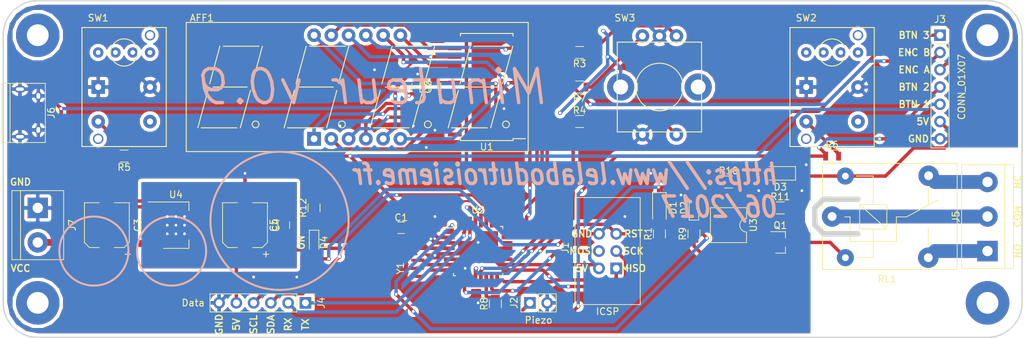
<source format=kicad_pcb>
(kicad_pcb (version 4) (host pcbnew 4.0.6)
  (layers (0 F.Cu signal) (31 B.Cu signal) (35 F.Paste user) (36 B.SilkS user) (37 F.SilkS user) (39 F.Mask user) (44 Edge.Cuts user))
  (net 0 "")
  (net 1 seg_E)
  (net 2 seg_D)
  (net 3 seg_DP)
  (net 4 seg_C)
  (net 5 seg_G)
  (net 6 dig_3)
  (net 7 dig_1)
  (net 8 dig_2)
  (net 9 dig_0)
  (net 10 seg_A)
  (net 11 seg_B)
  (net 12 seg_F)
  (net 13 GND)
  (net 14 VCC)
  (net 15 RESET)
  (net 16 MISO)
  (net 17 SCK)
  (net 18 MOSI)
  (net 19 "Net-(R2-Pad2)")
  (net 20 BTN_1)
  (net 21 MAX_DATA)
  (net 22 MAX_LOAD)
  (net 23 MAX_CLK)
  (net 24 ENC_A)
  (net 25 ENC_B)
  (net 26 +5V)
  (net 27 OUT)
  (net 28 "Net-(Q1-Pad1)")
  (net 29 "Net-(R3-Pad1)")
  (net 30 "Net-(R5-Pad2)")
  (net 31 "Net-(D3-Pad2)")
  (net 32 "Net-(J2-Pad1)")
  (net 33 "Net-(D2-Pad2)")
  (net 34 "Net-(D4-Pad1)")
  (net 35 BTN_2)
  (net 36 TXD)
  (net 37 RXD)
  (net 38 SDA)
  (net 39 SCL)
  (net 40 "Net-(J5-Pad1)")
  (net 41 "Net-(J5-Pad2)")
  (net 42 "Net-(J5-Pad3)")
  (net 43 PIEZO)
  (net 44 "Net-(R4-Pad2)")
  (net 45 BTN_3)
  (net 46 "Net-(R6-Pad2)")
  (net 47 "Net-(R7-Pad1)")
  (net 48 "Net-(R10-Pad2)")
  (net 49 "Net-(R11-Pad1)")
  (net 50 "Net-(U2-Pad7)")
  (net 51 "Net-(U2-Pad8)")
  (module Displays_7-Segment:Cx56-12 (layer F.Cu) (at 115.57 96.52)
    (fp_text reference AFF1 (at -16.51 -17.78) (layer F.SilkS))
    (fp_text value CC56-12)
    (pad 1 thru_hole rect (at 0 0) (size 2.032 2.032) (drill 1) (layers *.Cu *.Mask) (net 1 seg_E))
    (pad 2 thru_hole circle (at 2.54 0) (size 2 2) (drill 1) (layers *.Cu *.Mask) (net 2 seg_D))
    (pad 3 thru_hole circle (at 5.08 0) (size 2 2) (drill 1) (layers *.Cu *.Mask) (net 3 seg_DP))
    (pad 4 thru_hole circle (at 7.62 0) (size 2 2) (drill 1) (layers *.Cu *.Mask) (net 4 seg_C))
    (pad 5 thru_hole circle (at 10.16 0) (size 2 2) (drill 1) (layers *.Cu *.Mask) (net 5 seg_G))
    (pad 6 thru_hole circle (at 12.7 0) (size 2 2) (drill 1) (layers *.Cu *.Mask) (net 6 dig_3))
    (pad 9 thru_hole circle (at 7.62 -15.24) (size 2 2) (drill 1) (layers *.Cu *.Mask) (net 7 dig_1))
    (pad 8 thru_hole circle (at 10.16 -15.24) (size 2 2) (drill 1) (layers *.Cu *.Mask) (net 8 dig_2))
    (pad 12 thru_hole circle (at 0 -15.24) (size 2 2) (drill 1) (layers *.Cu *.Mask) (net 9 dig_0))
    (pad 11 thru_hole circle (at 2.54 -15.24) (size 2 2) (drill 1) (layers *.Cu *.Mask) (net 10 seg_A))
    (pad 7 thru_hole circle (at 12.7 -15.24) (size 2 2) (drill 1) (layers *.Cu *.Mask) (net 11 seg_B))
    (pad 10 thru_hole circle (at 5.08 -15.24) (size 2 2) (drill 1) (layers *.Cu *.Mask) (net 12 seg_F))
  )
  (module Capacitors_SMD:C_0805 (layer F.Cu) (at 128.381 109.601)
    (fp_text reference C1 (at 0 -1.5) (layer F.SilkS))
    (fp_text value 100n)
    (pad 1 smd rect (at -1 0) (size 1 1.25) (layers F.Cu F.Paste F.Mask) (net 13 GND))
    (pad 2 smd rect (at 1 0) (size 1 1.25) (layers F.Cu F.Paste F.Mask) (net 26 +5V))
  )
  (module Capacitors_SMD:C_0805 (layer F.Cu) (at 130.81 88.9 270)
    (fp_text reference C2 (at 0 -1.5 270) (layer F.SilkS))
    (fp_text value 100n)
    (pad 1 smd rect (at -1 0 270) (size 1 1.25) (layers F.Cu F.Paste F.Mask) (net 13 GND))
    (pad 2 smd rect (at 1 0 270) (size 1 1.25) (layers F.Cu F.Paste F.Mask) (net 26 +5V))
  )
  (module Connectors:IDC_Header_Straight_6pins (layer F.Cu) (at 160.02 115.57 90)
    (fp_text reference J1 (at 3 -7.5 90) (layer F.SilkS))
    (fp_text value ICSP (at -6.35 -1.27 180) (layer F.SilkS))
    (fp_text user 1 (at 0.02 1.72 90) (layer F.SilkS) (effects (font (thickness 0.12))))
    (pad 1 thru_hole rect (at 0 0 90) (size 1.7272 1.7272) (drill 1) (layers *.Cu *.Mask) (net 16 MISO))
    (pad 2 thru_hole oval (at 0 -2.54 90) (size 1.7272 1.7272) (drill 1) (layers *.Cu *.Mask) (net 26 +5V))
    (pad 3 thru_hole oval (at 2.54 0 90) (size 1.7272 1.7272) (drill 1) (layers *.Cu *.Mask) (net 17 SCK))
    (pad 4 thru_hole oval (at 2.54 -2.54 90) (size 1.7272 1.7272) (drill 1) (layers *.Cu *.Mask) (net 18 MOSI))
    (pad 5 thru_hole oval (at 5.08 0 90) (size 1.7272 1.7272) (drill 1) (layers *.Cu *.Mask) (net 15 RESET))
    (pad 6 thru_hole oval (at 5.08 -2.54 90) (size 1.7272 1.7272) (drill 1) (layers *.Cu *.Mask) (net 13 GND))
  )
  (module Connectors:bornier3 (layer F.Cu) (at 214.63 113.03 90)
    (fp_text reference J5 (at 5.05 -4.65 90) (layer F.SilkS))
    (fp_text value Screw_Terminal_1x03)
    (pad 1 thru_hole rect (at 0 0 90) (size 3 3) (drill 1.52) (layers *.Cu *.Mask) (net 40 "Net-(J5-Pad1)"))
    (pad 2 thru_hole circle (at 5.08 0 90) (size 3 3) (drill 1.52) (layers *.Cu *.Mask) (net 41 "Net-(J5-Pad2)"))
    (pad 3 thru_hole circle (at 10.16 0 90) (size 3 3) (drill 1.52) (layers *.Cu *.Mask) (net 42 "Net-(J5-Pad3)"))
  )
  (module Connectors:bornier2 (layer F.Cu) (at 74.93 106.68 270)
    (fp_text reference J7 (at 2.54 -5.08 270) (layer F.SilkS))
    (fp_text value Screw_Terminal_1x02)
    (pad 1 thru_hole rect (at 0 0 270) (size 3 3) (drill 1.52) (layers *.Cu *.Mask) (net 13 GND))
    (pad 2 thru_hole circle (at 5.08 0 270) (size 3 3) (drill 1.52) (layers *.Cu *.Mask) (net 14 VCC))
  )
  (module TO_SOT_Packages_SMD:SOT-23 (layer F.Cu) (at 184.15 111.76)
    (fp_text reference Q1 (at 0 -2.5) (layer F.SilkS))
    (fp_text value BC818-40)
    (pad 1 smd rect (at -1 -0.95) (size 0.9 0.8) (layers F.Cu F.Paste F.Mask) (net 28 "Net-(Q1-Pad1)"))
    (pad 2 smd rect (at -1 0.95) (size 0.9 0.8) (layers F.Cu F.Paste F.Mask) (net 13 GND))
    (pad 3 smd rect (at 1 0) (size 0.9 0.8) (layers F.Cu F.Paste F.Mask) (net 31 "Net-(D3-Pad2)"))
  )
  (module Resistors_SMD:R_0805 (layer F.Cu) (at 166.37 110.49 90)
    (fp_text reference R1 (at 0 -1.65 90) (layer F.SilkS))
    (fp_text value 10K)
    (pad 1 smd rect (at -0.95 0 90) (size 0.7 1.3) (layers F.Cu F.Paste F.Mask) (net 26 +5V))
    (pad 2 smd rect (at 0.95 0 90) (size 0.7 1.3) (layers F.Cu F.Paste F.Mask) (net 15 RESET))
  )
  (module Resistors_SMD:R_0805 (layer F.Cu) (at 133.35 88.9 90)
    (fp_text reference R2 (at 0 -1.65 90) (layer F.SilkS))
    (fp_text value 30K)
    (pad 1 smd rect (at -0.95 0 90) (size 0.7 1.3) (layers F.Cu F.Paste F.Mask) (net 26 +5V))
    (pad 2 smd rect (at 0.95 0 90) (size 0.7 1.3) (layers F.Cu F.Paste F.Mask) (net 19 "Net-(R2-Pad2)"))
  )
  (module Resistors_SMD:R_0805 (layer F.Cu) (at 154.625 83.82 180)
    (fp_text reference R3 (at 0 -1.65 180) (layer F.SilkS))
    (fp_text value 470)
    (pad 1 smd rect (at -0.95 0 180) (size 0.7 1.3) (layers F.Cu F.Paste F.Mask) (net 29 "Net-(R3-Pad1)"))
    (pad 2 smd rect (at 0.95 0 180) (size 0.7 1.3) (layers F.Cu F.Paste F.Mask) (net 24 ENC_A))
  )
  (module Resistors_SMD:R_0805 (layer F.Cu) (at 154.62 88.9 180)
    (fp_text reference R7 (at 0 -1.65 180) (layer F.SilkS))
    (fp_text value 470)
    (pad 1 smd rect (at -0.95 0 180) (size 0.7 1.3) (layers F.Cu F.Paste F.Mask) (net 47 "Net-(R7-Pad1)"))
    (pad 2 smd rect (at 0.95 0 180) (size 0.7 1.3) (layers F.Cu F.Paste F.Mask) (net 25 ENC_B))
  )
  (module Resistors_SMD:R_0805 (layer F.Cu) (at 87.63 99.06 180)
    (fp_text reference R5 (at 0 -1.65 180) (layer F.SilkS))
    (fp_text value 470)
    (pad 1 smd rect (at -0.95 0 180) (size 0.7 1.3) (layers F.Cu F.Paste F.Mask) (net 20 BTN_1))
    (pad 2 smd rect (at 0.95 0 180) (size 0.7 1.3) (layers F.Cu F.Paste F.Mask) (net 30 "Net-(R5-Pad2)"))
  )
  (module Resistors_SMD:R_0805 (layer F.Cu) (at 171.45 110.49 90)
    (fp_text reference R9 (at 0 -1.65 90) (layer F.SilkS))
    (fp_text value 1K)
    (pad 1 smd rect (at -0.95 0 90) (size 0.7 1.3) (layers F.Cu F.Paste F.Mask) (net 26 +5V))
    (pad 2 smd rect (at 0.95 0 90) (size 0.7 1.3) (layers F.Cu F.Paste F.Mask) (net 27 OUT))
  )
  (module Resistors_SMD:R_0805 (layer F.Cu) (at 176.53 102.87)
    (fp_text reference R10 (at 0 -1.65) (layer F.SilkS))
    (fp_text value 1K)
    (pad 1 smd rect (at -0.95 0) (size 0.7 1.3) (layers F.Cu F.Paste F.Mask) (net 26 +5V))
    (pad 2 smd rect (at 0.95 0) (size 0.7 1.3) (layers F.Cu F.Paste F.Mask) (net 48 "Net-(R10-Pad2)"))
  )
  (module Resistors_SMD:R_0805 (layer F.Cu) (at 184.15 106.68)
    (fp_text reference R11 (at 0 -1.65) (layer F.SilkS))
    (fp_text value 510)
    (pad 1 smd rect (at -0.95 0) (size 0.7 1.3) (layers F.Cu F.Paste F.Mask) (net 49 "Net-(R11-Pad1)"))
    (pad 2 smd rect (at 0.95 0) (size 0.7 1.3) (layers F.Cu F.Paste F.Mask) (net 28 "Net-(Q1-Pad1)"))
  )
  (module Relays_THT:Relay_SPDT_SANYOU_SRD_Series_Form_C (layer F.Cu) (at 191.77 107.95)
    (fp_text reference RL1 (at 8.1 9.2) (layer F.SilkS))
    (fp_text value RelaySongle240VAC10A)
    (pad 2 thru_hole circle (at 1.95 6.05 90) (size 2.5 2.5) (drill 1) (layers *.Cu *.Mask) (net 31 "Net-(D3-Pad2)"))
    (pad 3 thru_hole circle (at 14.15 6.05 90) (size 3 3) (drill 1.3) (layers *.Cu *.Mask) (net 40 "Net-(J5-Pad1)"))
    (pad 4 thru_hole circle (at 14.2 -6 90) (size 3 3) (drill 1.3) (layers *.Cu *.Mask) (net 42 "Net-(J5-Pad3)"))
    (pad 5 thru_hole circle (at 1.95 -5.95 90) (size 2.5 2.5) (drill 1) (layers *.Cu *.Mask) (net 26 +5V))
    (pad 1 thru_hole circle (at 0 0 90) (size 3 3) (drill 1.3) (layers *.Cu *.Mask) (net 41 "Net-(J5-Pad2)"))
  )
  (module Switches_perso:SP86-THT-PushButton (layer F.Cu) (at 87.63 88.9)
    (fp_text reference SW1 (at -3.81 -10.16) (layer F.SilkS))
    (fp_text value SW_Push_SPDT_2Leds)
    (pad 0 thru_hole circle (at -3.81 7.62) (size 1.524 1.524) (drill 1.1) (layers *.Cu *.Mask))
    (pad 7 thru_hole circle (at -3.81 -5.08) (size 1.524 1.524) (drill 0.7) (layers *.Cu *.Mask))
    (pad 6 thru_hole circle (at -1.27 -5.08) (size 1.524 1.524) (drill 0.7) (layers *.Cu *.Mask))
    (pad 5 thru_hole circle (at 1.27 -5.08) (size 1.524 1.524) (drill 0.7) (layers *.Cu *.Mask))
    (pad 4 thru_hole circle (at 3.81 -5.08) (size 1.524 1.524) (drill 0.7) (layers *.Cu *.Mask))
    (pad 1 thru_hole circle (at 3.81 0) (size 2 2) (drill 0.9) (layers *.Cu *.Mask) (net 13 GND))
    (pad 2 thru_hole circle (at 3.81 5.08) (size 2 2) (drill 0.9) (layers *.Cu *.Mask))
    (pad 3 thru_hole circle (at -3.81 5.08) (size 2 2) (drill 0.9) (layers *.Cu *.Mask) (net 30 "Net-(R5-Pad2)"))
    (pad 1 thru_hole rect (at -3.81 0) (size 2 2) (drill 0.9) (layers *.Cu *.Mask) (net 13 GND))
    (pad 0 thru_hole circle (at 3.81 -7.62) (size 1.524 1.524) (drill 1.1) (layers *.Cu *.Mask))
  )
  (module Housings_SOIC:SOIC-24W_7.5x15.4mm_Pitch1.27mm (layer F.Cu) (at 140.97 88.9 180)
    (fp_text reference U1 (at 0 -8.8 180) (layer F.SilkS))
    (fp_text value MAX7219)
    (pad 1 smd rect (at -4.7 -6.985 180) (size 2 0.6) (layers F.Cu F.Paste F.Mask) (net 21 MAX_DATA))
    (pad 2 smd rect (at -4.7 -5.715 180) (size 2 0.6) (layers F.Cu F.Paste F.Mask) (net 9 dig_0))
    (pad 3 smd rect (at -4.7 -4.445 180) (size 2 0.6) (layers F.Cu F.Paste F.Mask))
    (pad 4 smd rect (at -4.7 -3.175 180) (size 2 0.6) (layers F.Cu F.Paste F.Mask) (net 13 GND))
    (pad 5 smd rect (at -4.7 -1.905 180) (size 2 0.6) (layers F.Cu F.Paste F.Mask))
    (pad 6 smd rect (at -4.7 -0.635 180) (size 2 0.6) (layers F.Cu F.Paste F.Mask) (net 8 dig_2))
    (pad 7 smd rect (at -4.7 0.635 180) (size 2 0.6) (layers F.Cu F.Paste F.Mask) (net 6 dig_3))
    (pad 8 smd rect (at -4.7 1.905 180) (size 2 0.6) (layers F.Cu F.Paste F.Mask))
    (pad 9 smd rect (at -4.7 3.175 180) (size 2 0.6) (layers F.Cu F.Paste F.Mask) (net 13 GND))
    (pad 10 smd rect (at -4.7 4.445 180) (size 2 0.6) (layers F.Cu F.Paste F.Mask))
    (pad 11 smd rect (at -4.7 5.715 180) (size 2 0.6) (layers F.Cu F.Paste F.Mask) (net 7 dig_1))
    (pad 12 smd rect (at -4.7 6.985 180) (size 2 0.6) (layers F.Cu F.Paste F.Mask) (net 22 MAX_LOAD))
    (pad 13 smd rect (at 4.7 6.985 180) (size 2 0.6) (layers F.Cu F.Paste F.Mask) (net 23 MAX_CLK))
    (pad 14 smd rect (at 4.7 5.715 180) (size 2 0.6) (layers F.Cu F.Paste F.Mask) (net 10 seg_A))
    (pad 15 smd rect (at 4.7 4.445 180) (size 2 0.6) (layers F.Cu F.Paste F.Mask) (net 12 seg_F))
    (pad 16 smd rect (at 4.7 3.175 180) (size 2 0.6) (layers F.Cu F.Paste F.Mask) (net 11 seg_B))
    (pad 17 smd rect (at 4.7 1.905 180) (size 2 0.6) (layers F.Cu F.Paste F.Mask) (net 5 seg_G))
    (pad 18 smd rect (at 4.7 0.635 180) (size 2 0.6) (layers F.Cu F.Paste F.Mask) (net 19 "Net-(R2-Pad2)"))
    (pad 19 smd rect (at 4.7 -0.635 180) (size 2 0.6) (layers F.Cu F.Paste F.Mask) (net 26 +5V))
    (pad 20 smd rect (at 4.7 -1.905 180) (size 2 0.6) (layers F.Cu F.Paste F.Mask) (net 4 seg_C))
    (pad 21 smd rect (at 4.7 -3.175 180) (size 2 0.6) (layers F.Cu F.Paste F.Mask) (net 1 seg_E))
    (pad 22 smd rect (at 4.7 -4.445 180) (size 2 0.6) (layers F.Cu F.Paste F.Mask) (net 3 seg_DP))
    (pad 23 smd rect (at 4.7 -5.715 180) (size 2 0.6) (layers F.Cu F.Paste F.Mask) (net 2 seg_D))
    (pad 24 smd rect (at 4.7 -6.985 180) (size 2 0.6) (layers F.Cu F.Paste F.Mask))
  )
  (module LEDs:LED_0805 (layer F.Cu) (at 171.45 106.68 90)
    (fp_text reference D2 (at 0 -1.45 90) (layer F.SilkS))
    (fp_text value LED)
    (pad 2 smd rect (at 1.1 0 270) (size 1.2 1.2) (layers F.Cu F.Paste F.Mask) (net 33 "Net-(D2-Pad2)"))
    (pad 1 smd rect (at -1.1 0 270) (size 1.2 1.2) (layers F.Cu F.Paste F.Mask) (net 27 OUT))
  )
  (module Housings_QFP:TQFP-32_7x7mm_Pitch0.8mm (layer F.Cu) (at 139.7 113.03)
    (fp_text reference U2 (at 0 -6.05) (layer F.SilkS))
    (fp_text value ATMEGA8-16AU)
    (pad 1 smd rect (at -4.25 -2.8) (size 1.6 0.55) (layers F.Cu F.Paste F.Mask) (net 27 OUT))
    (pad 2 smd rect (at -4.25 -2) (size 1.6 0.55) (layers F.Cu F.Paste F.Mask) (net 20 BTN_1))
    (pad 3 smd rect (at -4.25 -1.2) (size 1.6 0.55) (layers F.Cu F.Paste F.Mask) (net 13 GND))
    (pad 4 smd rect (at -4.25 -0.4) (size 1.6 0.55) (layers F.Cu F.Paste F.Mask) (net 26 +5V))
    (pad 5 smd rect (at -4.25 0.4) (size 1.6 0.55) (layers F.Cu F.Paste F.Mask) (net 13 GND))
    (pad 6 smd rect (at -4.25 1.2) (size 1.6 0.55) (layers F.Cu F.Paste F.Mask) (net 26 +5V))
    (pad 7 smd rect (at -4.25 2) (size 1.6 0.55) (layers F.Cu F.Paste F.Mask) (net 50 "Net-(U2-Pad7)"))
    (pad 8 smd rect (at -4.25 2.8) (size 1.6 0.55) (layers F.Cu F.Paste F.Mask) (net 51 "Net-(U2-Pad8)"))
    (pad 9 smd rect (at -2.8 4.25 90) (size 1.6 0.55) (layers F.Cu F.Paste F.Mask) (net 35 BTN_2))
    (pad 10 smd rect (at -2 4.25 90) (size 1.6 0.55) (layers F.Cu F.Paste F.Mask) (net 45 BTN_3))
    (pad 11 smd rect (at -1.2 4.25 90) (size 1.6 0.55) (layers F.Cu F.Paste F.Mask))
    (pad 12 smd rect (at -0.4 4.25 90) (size 1.6 0.55) (layers F.Cu F.Paste F.Mask) (net 25 ENC_B))
    (pad 13 smd rect (at 0.4 4.25 90) (size 1.6 0.55) (layers F.Cu F.Paste F.Mask) (net 24 ENC_A))
    (pad 14 smd rect (at 1.2 4.25 90) (size 1.6 0.55) (layers F.Cu F.Paste F.Mask) (net 43 PIEZO))
    (pad 15 smd rect (at 2 4.25 90) (size 1.6 0.55) (layers F.Cu F.Paste F.Mask) (net 18 MOSI))
    (pad 16 smd rect (at 2.8 4.25 90) (size 1.6 0.55) (layers F.Cu F.Paste F.Mask) (net 16 MISO))
    (pad 17 smd rect (at 4.25 2.8) (size 1.6 0.55) (layers F.Cu F.Paste F.Mask) (net 17 SCK))
    (pad 18 smd rect (at 4.25 2) (size 1.6 0.55) (layers F.Cu F.Paste F.Mask) (net 26 +5V))
    (pad 19 smd rect (at 4.25 1.2) (size 1.6 0.55) (layers F.Cu F.Paste F.Mask))
    (pad 20 smd rect (at 4.25 0.4) (size 1.6 0.55) (layers F.Cu F.Paste F.Mask) (net 26 +5V))
    (pad 21 smd rect (at 4.25 -0.4) (size 1.6 0.55) (layers F.Cu F.Paste F.Mask) (net 13 GND))
    (pad 22 smd rect (at 4.25 -1.2) (size 1.6 0.55) (layers F.Cu F.Paste F.Mask))
    (pad 23 smd rect (at 4.25 -2) (size 1.6 0.55) (layers F.Cu F.Paste F.Mask) (net 21 MAX_DATA))
    (pad 24 smd rect (at 4.25 -2.8) (size 1.6 0.55) (layers F.Cu F.Paste F.Mask) (net 22 MAX_LOAD))
    (pad 25 smd rect (at 2.8 -4.25 90) (size 1.6 0.55) (layers F.Cu F.Paste F.Mask) (net 23 MAX_CLK))
    (pad 26 smd rect (at 2 -4.25 90) (size 1.6 0.55) (layers F.Cu F.Paste F.Mask))
    (pad 27 smd rect (at 1.2 -4.25 90) (size 1.6 0.55) (layers F.Cu F.Paste F.Mask) (net 38 SDA))
    (pad 28 smd rect (at 0.4 -4.25 90) (size 1.6 0.55) (layers F.Cu F.Paste F.Mask) (net 39 SCL))
    (pad 29 smd rect (at -0.4 -4.25 90) (size 1.6 0.55) (layers F.Cu F.Paste F.Mask) (net 15 RESET))
    (pad 30 smd rect (at -1.2 -4.25 90) (size 1.6 0.55) (layers F.Cu F.Paste F.Mask) (net 37 RXD))
    (pad 31 smd rect (at -2 -4.25 90) (size 1.6 0.55) (layers F.Cu F.Paste F.Mask) (net 36 TXD))
    (pad 32 smd rect (at -2.8 -4.25 90) (size 1.6 0.55) (layers F.Cu F.Paste F.Mask))
  )
  (module LEDs:LED_0805 (layer F.Cu) (at 115.57 111.76 270)
    (fp_text reference D4 (at 0 -1.45 270) (layer F.SilkS))
    (fp_text value LED)
    (pad 2 smd rect (at 1.1 0 90) (size 1.2 1.2) (layers F.Cu F.Paste F.Mask) (net 26 +5V))
    (pad 1 smd rect (at -1.1 0 90) (size 1.2 1.2) (layers F.Cu F.Paste F.Mask) (net 34 "Net-(D4-Pad1)"))
  )
  (module Resistors_SMD:R_0805 (layer F.Cu) (at 115.57 106.68 90)
    (fp_text reference R12 (at 0 -1.65 90) (layer F.SilkS))
    (fp_text value 1K)
    (pad 1 smd rect (at -0.95 0 90) (size 0.7 1.3) (layers F.Cu F.Paste F.Mask) (net 34 "Net-(D4-Pad1)"))
    (pad 2 smd rect (at 0.95 0 90) (size 0.7 1.3) (layers F.Cu F.Paste F.Mask) (net 13 GND))
  )
  (module Housings_DIP:DIP-4_W7.62mm_SMD (layer F.Cu) (at 176.53 109.22 270)
    (fp_text reference U3 (at 0 -3.66 270) (layer F.SilkS))
    (fp_text value PC817)
    (pad 1 smd rect (at -3.81 -1.27 270) (size 2 1.78) (layers F.Cu F.Paste F.Mask) (net 48 "Net-(R10-Pad2)"))
    (pad 3 smd rect (at 3.81 1.27 270) (size 2 1.78) (layers F.Cu F.Paste F.Mask) (net 49 "Net-(R11-Pad1)"))
    (pad 2 smd rect (at -3.81 1.27 270) (size 2 1.78) (layers F.Cu F.Paste F.Mask) (net 33 "Net-(D2-Pad2)"))
    (pad 4 smd rect (at 3.81 -1.27 270) (size 2 1.78) (layers F.Cu F.Paste F.Mask) (net 26 +5V))
  )
  (module TO_SOT_Packages_SMD:SOT-223-3Lead_TabPin2 (layer F.Cu) (at 95.25 109.22)
    (fp_text reference U4 (at 0 -4.5) (layer F.SilkS))
    (fp_text value LD1117S50TR)
    (pad 2 smd rect (at 3.15 0) (size 2 3.8) (layers F.Cu F.Paste F.Mask) (net 26 +5V))
    (pad 2 smd rect (at -3.15 0) (size 2 1.5) (layers F.Cu F.Paste F.Mask) (net 26 +5V))
    (pad 3 smd rect (at -3.15 2.3) (size 2 1.5) (layers F.Cu F.Paste F.Mask) (net 14 VCC))
    (pad 1 smd rect (at -3.15 -2.3) (size 2 1.5) (layers F.Cu F.Paste F.Mask) (net 13 GND))
  )
  (module Pin_Headers:Pin_Header_Straight_1x02_Pitch2.54mm (layer F.Cu) (at 147.32 120.65 90)
    (fp_text reference J2 (at 0 -2.33 90) (layer F.SilkS))
    (fp_text value Piezo (at -2.54 1.27 180) (layer F.SilkS))
    (pad 1 thru_hole rect (at 0 0 90) (size 1.7 1.7) (drill 1) (layers *.Cu *.Mask) (net 32 "Net-(J2-Pad1)"))
    (pad 2 thru_hole oval (at 0 2.54 90) (size 1.7 1.7) (drill 1) (layers *.Cu *.Mask) (net 13 GND))
  )
  (module Resistors_SMD:R_0805 (layer F.Cu) (at 142.24 120.7745 90)
    (fp_text reference R8 (at 0 -1.65 90) (layer F.SilkS))
    (fp_text value 470)
    (pad 1 smd rect (at -0.95 0 90) (size 0.7 1.3) (layers F.Cu F.Paste F.Mask) (net 32 "Net-(J2-Pad1)"))
    (pad 2 smd rect (at 0.95 0 90) (size 0.7 1.3) (layers F.Cu F.Paste F.Mask) (net 43 PIEZO))
  )
  (module Resistors_SMD:R_0805 (layer F.Cu) (at 191.77 99.06)
    (fp_text reference R6 (at 0 -1.65) (layer F.SilkS))
    (fp_text value 470)
    (pad 1 smd rect (at -0.95 0) (size 0.7 1.3) (layers F.Cu F.Paste F.Mask) (net 35 BTN_2))
    (pad 2 smd rect (at 0.95 0) (size 0.7 1.3) (layers F.Cu F.Paste F.Mask) (net 46 "Net-(R6-Pad2)"))
  )
  (module Switches_perso:SP86-THT-PushButton (layer F.Cu) (at 191.77 88.9)
    (fp_text reference SW2 (at -3.81 -10.16) (layer F.SilkS))
    (fp_text value SW_Push_SPDT_2Leds)
    (pad 0 thru_hole circle (at -3.81 7.62) (size 1.524 1.524) (drill 1.1) (layers *.Cu *.Mask))
    (pad 7 thru_hole circle (at -3.81 -5.08) (size 1.524 1.524) (drill 0.7) (layers *.Cu *.Mask))
    (pad 6 thru_hole circle (at -1.27 -5.08) (size 1.524 1.524) (drill 0.7) (layers *.Cu *.Mask))
    (pad 5 thru_hole circle (at 1.27 -5.08) (size 1.524 1.524) (drill 0.7) (layers *.Cu *.Mask))
    (pad 4 thru_hole circle (at 3.81 -5.08) (size 1.524 1.524) (drill 0.7) (layers *.Cu *.Mask))
    (pad 1 thru_hole circle (at 3.81 0) (size 2 2) (drill 0.9) (layers *.Cu *.Mask) (net 13 GND))
    (pad 2 thru_hole circle (at 3.81 5.08) (size 2 2) (drill 0.9) (layers *.Cu *.Mask))
    (pad 3 thru_hole circle (at -3.81 5.08) (size 2 2) (drill 0.9) (layers *.Cu *.Mask) (net 46 "Net-(R6-Pad2)"))
    (pad 1 thru_hole rect (at -3.81 0) (size 2 2) (drill 0.9) (layers *.Cu *.Mask) (net 13 GND))
    (pad 0 thru_hole circle (at 3.81 -7.62) (size 1.524 1.524) (drill 1.1) (layers *.Cu *.Mask))
  )
  (module Pin_Headers:Pin_Header_Straight_1x06_Pitch2.54mm (layer F.Cu) (at 114.3 120.65 270)
    (fp_text reference J4 (at 0 -2.33 270) (layer F.SilkS))
    (fp_text value Data (at 0 16.51 360) (layer F.SilkS))
    (pad 1 thru_hole rect (at 0 0 270) (size 1.7 1.7) (drill 1) (layers *.Cu *.Mask) (net 36 TXD))
    (pad 2 thru_hole oval (at 0 2.54 270) (size 1.7 1.7) (drill 1) (layers *.Cu *.Mask) (net 37 RXD))
    (pad 3 thru_hole oval (at 0 5.08 270) (size 1.7 1.7) (drill 1) (layers *.Cu *.Mask) (net 38 SDA))
    (pad 4 thru_hole oval (at 0 7.62 270) (size 1.7 1.7) (drill 1) (layers *.Cu *.Mask) (net 39 SCL))
    (pad 5 thru_hole oval (at 0 10.16 270) (size 1.7 1.7) (drill 1) (layers *.Cu *.Mask) (net 26 +5V))
    (pad 6 thru_hole oval (at 0 12.7 270) (size 1.7 1.7) (drill 1) (layers *.Cu *.Mask) (net 13 GND))
  )
  (module Capacitors_SMD:CP_Elec_6.3x5.3 (layer F.Cu) (at 85.09 109.22 90)
    (fp_text reference C3 (at 0 4.56 90) (layer F.SilkS))
    (fp_text value 47u)
    (fp_text user + (at -4.28 3.01 90) (layer F.SilkS))
    (pad 1 smd rect (at -2.7 0 270) (size 3.5 1.6) (layers F.Cu F.Paste F.Mask) (net 14 VCC))
    (pad 2 smd rect (at 2.7 0 270) (size 3.5 1.6) (layers F.Cu F.Paste F.Mask) (net 13 GND))
  )
  (module Capacitors_SMD:CP_Elec_6.3x5.3 (layer F.Cu) (at 105.41 109.22 90)
    (fp_text reference C4 (at 0 4.56 90) (layer F.SilkS))
    (fp_text value 47u)
    (fp_text user + (at -4.28 3.01 90) (layer F.SilkS))
    (pad 1 smd rect (at -2.7 0 270) (size 3.5 1.6) (layers F.Cu F.Paste F.Mask) (net 26 +5V))
    (pad 2 smd rect (at 2.7 0 270) (size 3.5 1.6) (layers F.Cu F.Paste F.Mask) (net 13 GND))
  )
  (module Diodes_SMD:D_SOD-123 (layer F.Cu) (at 166.37 106.68 270)
    (fp_text reference D1 (at 0 -2 270) (layer F.SilkS))
    (fp_text value D)
    (pad 1 smd rect (at -1.65 0 270) (size 0.9 1.2) (layers F.Cu F.Paste F.Mask) (net 26 +5V))
    (pad 2 smd rect (at 1.65 0 270) (size 0.9 1.2) (layers F.Cu F.Paste F.Mask) (net 15 RESET))
  )
  (module Diodes_SMD:D_SOD-123 (layer F.Cu) (at 184.15 101.6 180)
    (fp_text reference D3 (at 0 -2 180) (layer F.SilkS))
    (fp_text value D)
    (pad 1 smd rect (at -1.65 0 180) (size 0.9 1.2) (layers F.Cu F.Paste F.Mask) (net 26 +5V))
    (pad 2 smd rect (at 1.65 0 180) (size 0.9 1.2) (layers F.Cu F.Paste F.Mask) (net 31 "Net-(D3-Pad2)"))
  )
  (module Connectors:USB_Micro-B (layer F.Cu) (at 73.66 92.71 270)
    (fp_text reference J6 (at 0 -3.24 270) (layer F.SilkS))
    (fp_text value USB_OTG)
    (pad 1 smd rect (at -1.3 -1.35) (size 1.35 0.4) (layers F.Cu F.Paste F.Mask) (net 26 +5V))
    (pad 2 smd rect (at -0.65 -1.35) (size 1.35 0.4) (layers F.Cu F.Paste F.Mask))
    (pad 3 smd rect (at 0 -1.35) (size 1.35 0.4) (layers F.Cu F.Paste F.Mask))
    (pad 4 smd rect (at 0.65 -1.35) (size 1.35 0.4) (layers F.Cu F.Paste F.Mask))
    (pad 5 smd rect (at 1.3 -1.35) (size 1.35 0.4) (layers F.Cu F.Paste F.Mask) (net 13 GND))
    (pad 6 thru_hole oval (at -2.5 -1.35) (size 0.95 1.25) (drill oval 0.55 0.85) (layers *.Cu *.Mask) (net 13 GND))
    (pad 6 thru_hole oval (at 2.5 -1.35) (size 0.95 1.25) (drill oval 0.55 0.85) (layers *.Cu *.Mask) (net 13 GND))
    (pad 6 thru_hole oval (at -3.5 1.35) (size 1.55 1) (drill oval 1.15 0.5) (layers *.Cu *.Mask) (net 13 GND))
    (pad 6 thru_hole oval (at 3.5 1.35) (size 1.55 1) (drill oval 1.15 0.5) (layers *.Cu *.Mask) (net 13 GND))
  )
  (module Resistors_SMD:R_0805 (layer F.Cu) (at 154.625 93.98)
    (fp_text reference R4 (at 0 -1.65) (layer F.SilkS))
    (fp_text value 470)
    (pad 1 smd rect (at -0.95 0) (size 0.7 1.3) (layers F.Cu F.Paste F.Mask) (net 45 BTN_3))
    (pad 2 smd rect (at 0.95 0) (size 0.7 1.3) (layers F.Cu F.Paste F.Mask) (net 44 "Net-(R4-Pad2)"))
  )
  (module Switches_perso:EC12_switch-RotaryEncoder (layer F.Cu) (at 166.37 88.9 180)
    (fp_text reference SW3 (at 5.08 10.16 360) (layer F.SilkS))
    (fp_text value Rotary_Encoder_Switch)
    (pad 6 thru_hole circle (at -5.7 0 180) (size 4 4) (drill 2.2) (layers *.Cu *.Mask))
    (pad 5 thru_hole circle (at 2.5 -7 180) (size 2 2) (drill 1) (layers *.Cu *.Mask) (net 13 GND))
    (pad 3 thru_hole circle (at 2.5 7.5 180) (size 2 2) (drill 1) (layers *.Cu *.Mask) (net 47 "Net-(R7-Pad1)"))
    (pad 2 thru_hole circle (at 0 7.5 180) (size 2 2) (drill 1) (layers *.Cu *.Mask) (net 13 GND))
    (pad 1 thru_hole circle (at -2.5 7.5 180) (size 2 2) (drill 1) (layers *.Cu *.Mask) (net 29 "Net-(R3-Pad1)"))
    (pad 4 thru_hole circle (at -2.5 -7 180) (size 2 2) (drill 1) (layers *.Cu *.Mask) (net 44 "Net-(R4-Pad2)"))
    (pad 6 thru_hole circle (at 5.7 0 180) (size 4 4) (drill 2.2) (layers *.Cu *.Mask))
  )
  (module SMD_perso:Resonator_SMD-3pin_3213 (layer F.Cu) (at 130.81 115.57 270)
    (fp_text reference Y1 (at 0 2.54 270) (layer F.SilkS))
    (fp_text value 16MHz)
    (pad 2 smd rect (at 0 0 270) (size 0.4 1.9) (layers F.Cu F.Paste F.Mask) (net 13 GND))
    (pad 3 smd rect (at 1.2 0 270) (size 0.4 1.9) (layers F.Cu F.Paste F.Mask) (net 51 "Net-(U2-Pad8)"))
    (pad 1 smd rect (at -1.2 0 270) (size 0.4 1.9) (layers F.Cu F.Paste F.Mask) (net 50 "Net-(U2-Pad7)"))
  )
  (module Pin_Headers:Pin_Header_Straight_1x07_Pitch2.54mm (layer F.Cu) (at 207.645 81.28)
    (fp_text reference J3 (at 0 -2.33) (layer F.SilkS))
    (fp_text value CONN_01X07 (at 3.175 7.62 90) (layer F.SilkS))
    (pad 1 thru_hole rect (at 0 0) (size 1.7 1.7) (drill 1) (layers *.Cu *.Mask) (net 45 BTN_3))
    (pad 2 thru_hole oval (at 0 2.54) (size 1.7 1.7) (drill 1) (layers *.Cu *.Mask) (net 25 ENC_B))
    (pad 3 thru_hole oval (at 0 5.08) (size 1.7 1.7) (drill 1) (layers *.Cu *.Mask) (net 24 ENC_A))
    (pad 4 thru_hole oval (at 0 7.62) (size 1.7 1.7) (drill 1) (layers *.Cu *.Mask) (net 35 BTN_2))
    (pad 5 thru_hole oval (at 0 10.16) (size 1.7 1.7) (drill 1) (layers *.Cu *.Mask) (net 20 BTN_1))
    (pad 6 thru_hole oval (at 0 12.7) (size 1.7 1.7) (drill 1) (layers *.Cu *.Mask) (net 26 +5V))
    (pad 7 thru_hole oval (at 0 15.24) (size 1.7 1.7) (drill 1) (layers *.Cu *.Mask) (net 13 GND))
  )
  (module Mounting_Holes:MountingHole_3.2mm_M3_Pad (layer F.Cu) (at 74.93 81.28)
    (fp_text reference REF** hide)
    (fp_text value MountingHole_3.2mm_M3_Pad)
    (pad "" np_thru_hole circle (at 0 0) (size 6.4 6.4) (drill 3.2) (layers *.Cu *.Mask))
  )
  (module Mounting_Holes:MountingHole_3.2mm_M3_Pad (layer F.Cu) (at 74.93 120.65)
    (fp_text reference REF** hide)
    (fp_text value MountingHole_3.2mm_M3_Pad)
    (pad "" np_thru_hole circle (at 0 0) (size 6.4 6.4) (drill 3.2) (layers *.Cu *.Mask))
  )
  (module Mounting_Holes:MountingHole_3.2mm_M3_Pad (layer F.Cu) (at 214.63 120.65)
    (fp_text reference REF** hide)
    (fp_text value MountingHole_3.2mm_M3_Pad)
    (pad "" np_thru_hole circle (at 0 0) (size 6.4 6.4) (drill 3.2) (layers *.Cu *.Mask))
  )
  (module Mounting_Holes:MountingHole_3.2mm_M3_Pad (layer F.Cu) (at 214.63 81.28)
    (fp_text reference REF** hide)
    (fp_text value MountingHole_3.2mm_M3_Pad)
    (pad "" np_thru_hole circle (at 0 0) (size 6.4 6.4) (drill 3.2) (layers *.Cu *.Mask))
  )
  (module Fiducials:Fiducial_1mm_Dia_2.54mm_Outer_CopperTop (layer F.Cu) (at 83.82 120.65)
    (fp_text reference REF** hide)
    (fp_text value Fiducial_1mm_Dia_2.54mm_Outer_CopperTop)
    (pad ~ smd circle (at 0 0) (size 1 1) (layers F.Cu F.Mask) (clearance 0.77))
  )
  (module Fiducials:Fiducial_1mm_Dia_2.54mm_Outer_CopperTop (layer F.Cu) (at 214.63 91.44)
    (fp_text reference REF** hide)
    (fp_text value Fiducial_1mm_Dia_2.54mm_Outer_CopperTop)
    (pad ~ smd circle (at 0 0) (size 1 1) (layers F.Cu F.Mask) (clearance 0.77))
  )
  (module Logos:Logo_labo_20mm (layer B.Cu) (at 120.65 118.745 180)
    (fp_text reference REF** hide)
    (fp_text value Logo_labo_20mm)
  )
  (module Capacitors_SMD:C_0805 (layer F.Cu) (at 111.125 109.22 90)
    (fp_text reference C5 (at 0 -1.5 90) (layer F.SilkS))
    (fp_text value 100n)
    (pad 1 smd rect (at -1 0 90) (size 1 1.25) (layers F.Cu F.Paste F.Mask) (net 26 +5V))
    (pad 2 smd rect (at 1 0 90) (size 1 1.25) (layers F.Cu F.Paste F.Mask) (net 13 GND))
  )
  (gr_line (start 190.5 110.49) (end 195.58 110.49) (angle 90) (layer Edge.Cuts) (width 0.8))
  (gr_line (start 189.23 109.22) (end 190.5 110.49) (angle 90) (layer Edge.Cuts) (width 0.8))
  (gr_line (start 189.23 106.68) (end 189.23 109.22) (angle 90) (layer Edge.Cuts) (width 0.8))
  (gr_line (start 190.5 105.41) (end 189.23 106.68) (angle 90) (layer Edge.Cuts) (width 0.8))
  (gr_line (start 195.58 105.41) (end 190.5 105.41) (angle 90) (layer Edge.Cuts) (width 0.8))
  (gr_line (start 74.93 76.2) (end 214.63 76.2) (angle 90) (layer Edge.Cuts) (width 0.2))
  (gr_line (start 69.85 120.65) (end 69.85 81.28) (angle 90) (layer Edge.Cuts) (width 0.2))
  (gr_line (start 214.63 125.73) (end 74.93 125.73) (angle 90) (layer Edge.Cuts) (width 0.2))
  (gr_line (start 219.71 120.65) (end 219.71 81.28) (angle 90) (layer Edge.Cuts) (width 0.2))
  (gr_arc (start 74.93 120.65) (end 74.93 125.73) (angle 90) (layer Edge.Cuts) (width 0.2))
  (gr_arc (start 74.93 81.28) (end 69.85 81.28) (angle 90) (layer Edge.Cuts) (width 0.2))
  (gr_arc (start 214.63 81.28) (end 214.63 76.2) (angle 90) (layer Edge.Cuts) (width 0.2))
  (gr_arc (start 214.63 120.65) (end 219.71 120.65) (angle 90) (layer Edge.Cuts) (width 0.2))
  (gr_text "https://www.lelabodutroisieme.fr\n06/2017" (at 184.15 104.14) (layer B.SilkS) (effects (font (size 3 2.5) (thickness 0.5) italic) (justify left mirror)))
  (gr_text "Minuteur v0.9" (at 150.495 88.9) (layer B.SilkS) (effects (font (size 5 5) (thickness 0.5) italic) (justify left mirror)))
  (gr_text ON (at 113.665 111.76 90) (layer F.SilkS) (effects (font (size 1 1) (thickness 0.2))))
  (gr_text NC (at 219.075 102.87 90) (layer F.SilkS) (effects (font (size 1 1) (thickness 0.2))))
  (gr_text NO (at 219.075 113.03 90) (layer F.SilkS) (effects (font (size 1 1) (thickness 0.2))))
  (gr_text COM (at 219.075 107.95 90) (layer F.SilkS) (effects (font (size 1 1) (thickness 0.2))))
  (gr_text VCC (at 72.39 115.57) (layer F.SilkS) (effects (font (size 1 1) (thickness 0.2))))
  (gr_text GND (at 72.39 102.87) (layer F.SilkS) (effects (font (size 1 1) (thickness 0.2))))
  (gr_text "BTN 3" (at 203.835 81.28) (layer F.SilkS) (effects (font (size 1 1) (thickness 0.2))))
  (gr_text "ENC B" (at 203.835 83.82) (layer F.SilkS) (effects (font (size 1 1) (thickness 0.2))))
  (gr_text "ENC A" (at 203.835 86.36) (layer F.SilkS) (effects (font (size 1 1) (thickness 0.2))))
  (gr_text "BTN 2" (at 203.835 88.9) (layer F.SilkS) (effects (font (size 1 1) (thickness 0.2))))
  (gr_text "BTN 1" (at 203.835 91.44) (layer F.SilkS) (effects (font (size 1 1) (thickness 0.2))))
  (gr_text GND (at 204.47 96.52) (layer F.SilkS) (effects (font (size 1 1) (thickness 0.2))))
  (gr_text 5V (at 205.105 93.98) (layer F.SilkS) (effects (font (size 1 1) (thickness 0.2))))
  (gr_text 5V (at 154.94 115.57) (layer F.SilkS) (effects (font (size 1 1) (thickness 0.2))))
  (gr_text MOSI (at 154.94 113.03) (layer F.SilkS) (effects (font (size 1 1) (thickness 0.2))))
  (gr_text GND (at 154.94 110.49) (layer F.SilkS) (effects (font (size 1 1) (thickness 0.2))))
  (gr_text MISO (at 162.56 115.57) (layer F.SilkS) (effects (font (size 1 1) (thickness 0.2))))
  (gr_text SCK (at 162.56 113.03) (layer F.SilkS) (effects (font (size 1 1) (thickness 0.2))))
  (gr_text RST (at 162.56 110.49) (layer F.SilkS) (effects (font (size 1 1) (thickness 0.2))))
  (gr_text TX (at 114.3 123.825 90) (layer F.SilkS) (effects (font (size 1 1) (thickness 0.2))))
  (gr_text RX (at 111.76 123.825 90) (layer F.SilkS) (effects (font (size 1 1) (thickness 0.2))))
  (gr_text SDA (at 109.22 123.825 90) (layer F.SilkS) (effects (font (size 1 1) (thickness 0.2))))
  (gr_text SCL (at 106.68 123.825 90) (layer F.SilkS) (effects (font (size 1 1) (thickness 0.2))))
  (gr_text "5V\n" (at 104.14 123.825 90) (layer F.SilkS) (effects (font (size 1 1) (thickness 0.2))))
  (gr_text GND (at 101.6 123.825 90) (layer F.SilkS) (effects (font (size 1 1) (thickness 0.2))))
  (segment (start 158.75 84.455) (end 158.75 81.28) (width 0.5) (layer B.Cu) (net 0))
  (via (at 158.115 80.645) (size 0.6) (drill 0.4) (layers F.Cu B.Cu) (net 0))
  (segment (start 158.75 81.28) (end 158.115 80.645) (width 0.5) (layer B.Cu) (net 0))
  (via (at 158.75 84.455) (size 0.6) (drill 0.4) (layers F.Cu B.Cu) (net 0))
  (segment (start 158.75 84.455) (end 158.75 85.725) (width 0.5) (layer B.Cu) (net 0))
  (segment (start 159.053427 84.455) (end 158.75 84.455) (width 0.5) (layer B.Cu) (net 0))
  (segment (start 160.67 86.071573) (end 159.053427 84.455) (width 0.5) (layer B.Cu) (net 0))
  (segment (start 160.67 88.9) (end 160.67 86.071573) (width 0.5) (layer B.Cu) (net 0))
  (segment (start 158.75 85.725) (end 151.765 92.71) (width 0.5) (layer B.Cu) (net 0))
  (via (at 151.765 92.71) (size 0.6) (drill 0.4) (layers F.Cu B.Cu) (net 0))
  (segment (start 117.699397 92.874603) (end 125.720512 92.874603) (width 0.5) (layer B.Cu) (net 1))
  (segment (start 115.57 95.004) (end 117.699397 92.874603) (width 0.5) (layer B.Cu) (net 1))
  (segment (start 115.57 96.52) (end 115.57 95.004) (width 0.5) (layer B.Cu) (net 1))
  (segment (start 136.27 92.075) (end 126.520115 92.075) (width 0.5) (layer F.Cu) (net 1))
  (segment (start 126.520115 92.075) (end 125.720512 92.874603) (width 0.5) (layer F.Cu) (net 1))
  (via (at 125.720512 92.874603) (size 0.6) (drill 0.4) (layers F.Cu B.Cu) (net 1))
  (segment (start 119.610001 98.020001) (end 118.11 96.52) (width 0.5) (layer F.Cu) (net 2))
  (segment (start 128.990001 98.020001) (end 119.610001 98.020001) (width 0.5) (layer F.Cu) (net 2))
  (segment (start 132.560004 94.449998) (end 128.990001 98.020001) (width 0.5) (layer F.Cu) (net 2))
  (segment (start 134.604998 94.449998) (end 132.560004 94.449998) (width 0.5) (layer F.Cu) (net 2))
  (segment (start 134.77 94.615) (end 134.604998 94.449998) (width 0.5) (layer F.Cu) (net 2))
  (segment (start 136.27 94.615) (end 134.77 94.615) (width 0.5) (layer F.Cu) (net 2))
  (segment (start 124.753501 95.019999) (end 126.4285 93.345) (width 0.5) (layer B.Cu) (net 3))
  (segment (start 120.65 96.52) (end 122.150001 95.019999) (width 0.5) (layer B.Cu) (net 3))
  (segment (start 122.150001 95.019999) (end 124.753501 95.019999) (width 0.5) (layer B.Cu) (net 3))
  (via (at 126.4285 93.345) (size 0.6) (drill 0.4) (layers F.Cu B.Cu) (net 3))
  (segment (start 136.27 93.345) (end 126.4285 93.345) (width 0.5) (layer F.Cu) (net 3))
  (segment (start 136.27 90.805) (end 131.764998 90.805) (width 0.5) (layer F.Cu) (net 4))
  (segment (start 131.764998 90.805) (end 131.245009 91.324989) (width 0.5) (layer F.Cu) (net 4))
  (segment (start 131.245009 91.324989) (end 126.133121 91.324989) (width 0.5) (layer F.Cu) (net 4))
  (segment (start 126.133121 91.324989) (end 123.19 94.26811) (width 0.5) (layer F.Cu) (net 4))
  (segment (start 123.19 94.26811) (end 123.19 96.52) (width 0.5) (layer F.Cu) (net 4))
  (segment (start 127.508 89.112996) (end 127.508 90.2335) (width 0.5) (layer F.Cu) (net 5))
  (segment (start 130.425998 86.194998) (end 127.508 89.112996) (width 0.5) (layer F.Cu) (net 5))
  (segment (start 131.194002 86.194998) (end 130.425998 86.194998) (width 0.5) (layer F.Cu) (net 5))
  (segment (start 131.994004 86.995) (end 131.194002 86.194998) (width 0.5) (layer F.Cu) (net 5))
  (segment (start 136.27 86.995) (end 131.994004 86.995) (width 0.5) (layer F.Cu) (net 5))
  (segment (start 127.508 90.2335) (end 127.508 94.742) (width 0.5) (layer B.Cu) (net 5))
  (segment (start 127.508 94.742) (end 125.73 96.52) (width 0.5) (layer B.Cu) (net 5))
  (via (at 127.508 90.2335) (size 0.6) (drill 0.4) (layers F.Cu B.Cu) (net 5))
  (segment (start 135.978816 96.52) (end 144.132601 88.366215) (width 0.5) (layer B.Cu) (net 6))
  (segment (start 128.27 96.52) (end 135.978816 96.52) (width 0.5) (layer B.Cu) (net 6))
  (segment (start 144.132601 88.302399) (end 144.132601 88.366215) (width 0.5) (layer F.Cu) (net 6))
  (segment (start 145.67 88.265) (end 144.17 88.265) (width 0.5) (layer F.Cu) (net 6))
  (via (at 144.132601 88.366215) (size 0.6) (drill 0.4) (layers F.Cu B.Cu) (net 6))
  (segment (start 144.17 88.265) (end 144.132601 88.302399) (width 0.5) (layer F.Cu) (net 6))
  (segment (start 124.979991 83.069991) (end 123.19 81.28) (width 0.5) (layer B.Cu) (net 7))
  (segment (start 143.764 83.3755) (end 143.458491 83.069991) (width 0.5) (layer B.Cu) (net 7))
  (segment (start 143.458491 83.069991) (end 124.979991 83.069991) (width 0.5) (layer B.Cu) (net 7))
  (segment (start 145.67 83.185) (end 143.9545 83.185) (width 0.5) (layer F.Cu) (net 7))
  (segment (start 143.9545 83.185) (end 143.764 83.3755) (width 0.5) (layer F.Cu) (net 7))
  (via (at 143.764 83.3755) (size 0.6) (drill 0.4) (layers F.Cu B.Cu) (net 7))
  (segment (start 141.00801 85.25501) (end 128.730345 85.25501) (width 0.5) (layer B.Cu) (net 8))
  (segment (start 143.256 87.503) (end 141.00801 85.25501) (width 0.5) (layer B.Cu) (net 8))
  (segment (start 128.730345 84.280345) (end 128.730345 85.25501) (width 0.5) (layer F.Cu) (net 8))
  (segment (start 125.73 81.28) (end 128.730345 84.280345) (width 0.5) (layer F.Cu) (net 8))
  (via (at 128.730345 85.25501) (size 0.6) (drill 0.4) (layers F.Cu B.Cu) (net 8))
  (segment (start 143.256 88.621) (end 143.256 87.503) (width 0.5) (layer F.Cu) (net 8))
  (segment (start 145.67 89.535) (end 144.17 89.535) (width 0.5) (layer F.Cu) (net 8))
  (segment (start 144.17 89.535) (end 143.256 88.621) (width 0.5) (layer F.Cu) (net 8))
  (via (at 143.256 87.503) (size 0.6) (drill 0.4) (layers F.Cu B.Cu) (net 8))
  (segment (start 142.3035 88.392) (end 122.682 88.392) (width 0.5) (layer B.Cu) (net 9))
  (segment (start 122.682 88.392) (end 115.57 81.28) (width 0.5) (layer B.Cu) (net 9))
  (segment (start 145.67 94.615) (end 144.17 94.615) (width 0.5) (layer F.Cu) (net 9))
  (segment (start 144.17 94.615) (end 142.3035 92.7485) (width 0.5) (layer F.Cu) (net 9))
  (segment (start 142.3035 92.7485) (end 142.3035 88.392) (width 0.5) (layer F.Cu) (net 9))
  (via (at 142.3035 88.392) (size 0.6) (drill 0.4) (layers F.Cu B.Cu) (net 9))
  (segment (start 119.610001 79.779999) (end 118.11 81.28) (width 0.5) (layer F.Cu) (net 10))
  (segment (start 128.990001 79.779999) (end 119.610001 79.779999) (width 0.5) (layer F.Cu) (net 10))
  (segment (start 132.395002 83.185) (end 128.990001 79.779999) (width 0.5) (layer F.Cu) (net 10))
  (segment (start 136.27 83.185) (end 132.395002 83.185) (width 0.5) (layer F.Cu) (net 10))
  (segment (start 136.27 85.725) (end 132.715 85.725) (width 0.5) (layer F.Cu) (net 11))
  (segment (start 132.715 85.725) (end 128.27 81.28) (width 0.5) (layer F.Cu) (net 11))
  (segment (start 132.715 84.455) (end 123.825 84.455) (width 0.5) (layer B.Cu) (net 12))
  (segment (start 123.825 84.455) (end 120.65 81.28) (width 0.5) (layer B.Cu) (net 12))
  (segment (start 136.27 84.455) (end 132.715 84.455) (width 0.5) (layer F.Cu) (net 12))
  (via (at 132.715 84.455) (size 0.6) (drill 0.4) (layers F.Cu B.Cu) (net 12))
  (segment (start 139.7 111.76) (end 139.7 113.665) (width 0.5) (layer B.Cu) (net 13))
  (segment (start 139.7 113.665) (end 137.795 115.57) (width 0.5) (layer B.Cu) (net 13))
  (via (at 137.795 115.57) (size 0.6) (drill 0.4) (layers F.Cu B.Cu) (net 13))
  (segment (start 135.45 113.43) (end 133.585 113.43) (width 0.5) (layer F.Cu) (net 13))
  (segment (start 133.585 113.43) (end 133.35 113.665) (width 0.5) (layer F.Cu) (net 13))
  (via (at 133.35 113.665) (size 0.6) (drill 0.4) (layers F.Cu B.Cu) (net 13))
  (segment (start 105.41 106.52) (end 110.425 106.52) (width 0.5) (layer F.Cu) (net 13))
  (segment (start 110.425 106.52) (end 111.125 107.22) (width 0.5) (layer F.Cu) (net 13))
  (segment (start 111.125 107.22) (end 111.125 108.22) (width 0.5) (layer F.Cu) (net 13))
  (segment (start 91.7 106.52) (end 92.1 106.92) (width 0.5) (layer F.Cu) (net 13))
  (segment (start 85.09 106.52) (end 91.7 106.52) (width 0.5) (layer F.Cu) (net 13))
  (segment (start 133.049306 110.929308) (end 132.749307 111.229307) (width 0.5) (layer B.Cu) (net 13))
  (segment (start 133.35 111.83) (end 132.749307 111.229307) (width 0.5) (layer F.Cu) (net 13))
  (segment (start 135.45 111.83) (end 133.35 111.83) (width 0.5) (layer F.Cu) (net 13))
  (segment (start 133.35 110.628614) (end 133.049306 110.929308) (width 0.5) (layer B.Cu) (net 13))
  (segment (start 133.35 107.95) (end 133.35 110.628614) (width 0.5) (layer B.Cu) (net 13))
  (via (at 132.749307 111.229307) (size 0.6) (drill 0.4) (layers F.Cu B.Cu) (net 13))
  (segment (start 139.7 111.76) (end 138.03 113.43) (width 0.5) (layer F.Cu) (net 13))
  (segment (start 138.03 113.43) (end 135.45 113.43) (width 0.5) (layer F.Cu) (net 13))
  (segment (start 139.7 111.76) (end 139.63 111.83) (width 0.5) (layer F.Cu) (net 13))
  (segment (start 139.63 111.83) (end 135.45 111.83) (width 0.5) (layer F.Cu) (net 13))
  (segment (start 143.95 112.63) (end 140.57 112.63) (width 0.5) (layer F.Cu) (net 13))
  (segment (start 140.57 112.63) (end 139.7 111.76) (width 0.5) (layer F.Cu) (net 13))
  (via (at 139.7 111.76) (size 0.6) (drill 0.4) (layers F.Cu B.Cu) (net 13))
  (segment (start 148.59 123.19) (end 142.24 123.19) (width 0.5) (layer B.Cu) (net 13))
  (segment (start 142.24 123.19) (end 139.7 120.65) (width 0.5) (layer B.Cu) (net 13))
  (via (at 139.7 120.65) (size 0.6) (drill 0.4) (layers F.Cu B.Cu) (net 13))
  (segment (start 149.86 121.92) (end 148.59 123.19) (width 0.5) (layer B.Cu) (net 13))
  (segment (start 149.86 120.65) (end 149.86 121.92) (width 0.5) (layer B.Cu) (net 13))
  (segment (start 195.58 88.9) (end 198.12 88.9) (width 0.5) (layer B.Cu) (net 13))
  (segment (start 198.12 88.9) (end 203.2 83.82) (width 0.5) (layer B.Cu) (net 13))
  (via (at 203.2 83.82) (size 0.6) (drill 0.4) (layers F.Cu B.Cu) (net 13))
  (segment (start 105.41 106.52) (end 105.41 101.6) (width 0.5) (layer F.Cu) (net 13))
  (via (at 105.41 101.6) (size 0.6) (drill 0.4) (layers F.Cu B.Cu) (net 13))
  (segment (start 187.325 104.14) (end 187.325 100.965) (width 0.5) (layer B.Cu) (net 13))
  (segment (start 187.325 100.965) (end 187.96 100.33) (width 0.5) (layer B.Cu) (net 13))
  (via (at 187.96 100.33) (size 0.6) (drill 0.4) (layers F.Cu B.Cu) (net 13))
  (segment (start 180.975 104.14) (end 187.325 104.14) (width 0.5) (layer B.Cu) (net 13))
  (via (at 187.325 104.14) (size 0.6) (drill 0.4) (layers F.Cu B.Cu) (net 13))
  (segment (start 166.37 101.6) (end 169.545 104.775) (width 0.5) (layer B.Cu) (net 13))
  (via (at 169.545 104.775) (size 0.6) (drill 0.4) (layers F.Cu B.Cu) (net 13))
  (segment (start 165.1 101.6) (end 178.435 101.6) (width 0.5) (layer B.Cu) (net 13))
  (segment (start 178.435 101.6) (end 180.975 104.14) (width 0.5) (layer B.Cu) (net 13))
  (via (at 180.975 104.14) (size 0.6) (drill 0.4) (layers F.Cu B.Cu) (net 13))
  (segment (start 124.46 89.535) (end 119.38 94.615) (width 0.5) (layer F.Cu) (net 13))
  (segment (start 124.46 86.36) (end 124.46 89.535) (width 0.5) (layer F.Cu) (net 13))
  (via (at 119.38 94.615) (size 0.6) (drill 0.4) (layers F.Cu B.Cu) (net 13))
  (segment (start 133.35 95.25) (end 130.81 95.25) (width 0.5) (layer B.Cu) (net 13))
  (segment (start 130.81 95.25) (end 130.175 94.615) (width 0.5) (layer B.Cu) (net 13))
  (via (at 130.175 94.615) (size 0.6) (drill 0.4) (layers F.Cu B.Cu) (net 13))
  (via (at 133.35 95.25) (size 0.6) (drill 0.4) (layers F.Cu B.Cu) (net 13))
  (segment (start 132.08 96.52) (end 133.35 95.25) (width 0.5) (layer F.Cu) (net 13))
  (segment (start 132.08 97.79) (end 132.08 96.52) (width 0.5) (layer F.Cu) (net 13))
  (segment (start 142.24 92.075) (end 136.525 97.79) (width 0.5) (layer B.Cu) (net 13))
  (segment (start 136.525 97.79) (end 132.08 97.79) (width 0.5) (layer B.Cu) (net 13))
  (via (at 132.08 97.79) (size 0.6) (drill 0.4) (layers F.Cu B.Cu) (net 13))
  (segment (start 143.51 92.075) (end 142.24 92.075) (width 0.5) (layer B.Cu) (net 13))
  (segment (start 145.67 92.075) (end 143.51 92.075) (width 0.5) (layer F.Cu) (net 13))
  (via (at 143.51 92.075) (size 0.6) (drill 0.4) (layers F.Cu B.Cu) (net 13))
  (segment (start 125.095 86.995) (end 124.46 86.36) (width 0.5) (layer B.Cu) (net 13))
  (via (at 124.46 86.36) (size 0.6) (drill 0.4) (layers F.Cu B.Cu) (net 13))
  (segment (start 130.81 86.995) (end 125.095 86.995) (width 0.5) (layer B.Cu) (net 13))
  (segment (start 130.81 87.9) (end 130.81 86.995) (width 0.5) (layer F.Cu) (net 13))
  (via (at 130.81 86.995) (size 0.6) (drill 0.4) (layers F.Cu B.Cu) (net 13))
  (segment (start 106.68 116.84) (end 113.03 116.84) (width 0.5) (layer B.Cu) (net 13))
  (via (at 113.03 116.84) (size 0.6) (drill 0.4) (layers F.Cu B.Cu) (net 13))
  (via (at 106.68 116.84) (size 0.6) (drill 0.4) (layers F.Cu B.Cu) (net 13))
  (segment (start 101.6 120.65) (end 105.41 116.84) (width 0.5) (layer B.Cu) (net 13))
  (segment (start 105.41 116.84) (end 106.68 116.84) (width 0.5) (layer B.Cu) (net 13))
  (via (at 106.68 116.84) (size 0.6) (drill 0.4) (layers F.Cu B.Cu) (net 13))
  (segment (start 165.1 101.6) (end 166.37 101.6) (width 0.5) (layer B.Cu) (net 13))
  (segment (start 161.29 107.95) (end 161.29 105.41) (width 0.5) (layer F.Cu) (net 13))
  (segment (start 161.29 105.41) (end 165.1 101.6) (width 0.5) (layer F.Cu) (net 13))
  (via (at 165.1 101.6) (size 0.6) (drill 0.4) (layers F.Cu B.Cu) (net 13))
  (segment (start 157.48 110.49) (end 160.02 107.95) (width 0.5) (layer B.Cu) (net 13))
  (segment (start 160.02 107.95) (end 161.29 107.95) (width 0.5) (layer B.Cu) (net 13))
  (via (at 161.29 107.95) (size 0.6) (drill 0.4) (layers F.Cu B.Cu) (net 13))
  (via (at 133.35 107.95) (size 0.6) (drill 0.4) (layers F.Cu B.Cu) (net 13))
  (segment (start 85.09 111.92) (end 91.7 111.92) (width 1) (layer F.Cu) (net 14))
  (segment (start 91.7 111.92) (end 92.1 111.52) (width 1) (layer F.Cu) (net 14))
  (segment (start 74.93 111.76) (end 84.93 111.76) (width 1) (layer F.Cu) (net 14))
  (segment (start 84.93 111.76) (end 85.09 111.92) (width 1) (layer F.Cu) (net 14))
  (segment (start 143.525839 112.093339) (end 151.464721 112.093339) (width 0.5) (layer B.Cu) (net 15))
  (segment (start 138.049 106.6165) (end 143.525839 112.093339) (width 0.5) (layer B.Cu) (net 15))
  (segment (start 154.454058 109.104002) (end 151.464721 112.093339) (width 0.5) (layer F.Cu) (net 15))
  (segment (start 160.02 110.49) (end 158.634002 109.104002) (width 0.5) (layer F.Cu) (net 15))
  (via (at 151.464721 112.093339) (size 0.6) (drill 0.4) (layers F.Cu B.Cu) (net 15))
  (segment (start 158.634002 109.104002) (end 154.454058 109.104002) (width 0.5) (layer F.Cu) (net 15))
  (segment (start 138.049 106.6165) (end 138.473264 106.6165) (width 0.5) (layer F.Cu) (net 15))
  (segment (start 138.473264 106.6165) (end 139.3 107.443236) (width 0.5) (layer F.Cu) (net 15))
  (segment (start 139.3 107.443236) (end 139.3 108.78) (width 0.5) (layer F.Cu) (net 15))
  (via (at 138.049 106.6165) (size 0.6) (drill 0.4) (layers F.Cu B.Cu) (net 15))
  (segment (start 166.37 109.54) (end 166.37 108.33) (width 0.5) (layer F.Cu) (net 15))
  (segment (start 160.02 110.49) (end 166.27 110.49) (width 0.5) (layer F.Cu) (net 15))
  (segment (start 166.27 110.49) (end 166.37 110.39) (width 0.5) (layer F.Cu) (net 15))
  (segment (start 166.37 110.39) (end 166.37 109.54) (width 0.5) (layer F.Cu) (net 15))
  (segment (start 150.546282 117.53001) (end 143.52501 117.53001) (width 0.5) (layer F.Cu) (net 16))
  (segment (start 160.02 116.9336) (end 159.6736 117.28) (width 0.5) (layer F.Cu) (net 16))
  (segment (start 150.796292 117.28) (end 150.546282 117.53001) (width 0.5) (layer F.Cu) (net 16))
  (segment (start 160.02 115.57) (end 160.02 116.9336) (width 0.5) (layer F.Cu) (net 16))
  (segment (start 143.52501 117.53001) (end 143.275 117.28) (width 0.5) (layer F.Cu) (net 16))
  (segment (start 159.6736 117.28) (end 150.796292 117.28) (width 0.5) (layer F.Cu) (net 16))
  (segment (start 143.275 117.28) (end 142.5 117.28) (width 0.5) (layer F.Cu) (net 16))
  (segment (start 143.95 115.83) (end 149.262272 115.83) (width 0.5) (layer F.Cu) (net 17))
  (segment (start 160.02 113.03) (end 161.383601 114.393601) (width 0.5) (layer F.Cu) (net 17))
  (segment (start 161.383601 114.393601) (end 161.383601 116.833601) (width 0.5) (layer F.Cu) (net 17))
  (segment (start 152.983114 118.237) (end 151.669272 118.237) (width 0.5) (layer B.Cu) (net 17))
  (segment (start 151.669272 118.237) (end 150.16228 116.730008) (width 0.5) (layer B.Cu) (net 17))
  (segment (start 161.383601 116.833601) (end 159.980202 118.237) (width 0.5) (layer F.Cu) (net 17))
  (segment (start 159.980202 118.237) (end 152.983114 118.237) (width 0.5) (layer F.Cu) (net 17))
  (segment (start 149.262272 115.83) (end 150.16228 116.730008) (width 0.5) (layer F.Cu) (net 17))
  (via (at 150.16228 116.730008) (size 0.6) (drill 0.4) (layers F.Cu B.Cu) (net 17))
  (via (at 152.983114 118.237) (size 0.6) (drill 0.4) (layers F.Cu B.Cu) (net 17))
  (segment (start 144.78 118.872) (end 141.992 118.872) (width 0.5) (layer F.Cu) (net 18))
  (segment (start 141.992 118.872) (end 141.7 118.58) (width 0.5) (layer F.Cu) (net 18))
  (segment (start 141.7 118.58) (end 141.7 117.28) (width 0.5) (layer F.Cu) (net 18))
  (segment (start 150.241 114.1095) (end 145.4785 118.872) (width 0.5) (layer B.Cu) (net 18))
  (segment (start 145.4785 118.872) (end 144.78 118.872) (width 0.5) (layer B.Cu) (net 18))
  (via (at 144.78 118.872) (size 0.6) (drill 0.4) (layers F.Cu B.Cu) (net 18))
  (segment (start 157.48 113.03) (end 151.3205 113.03) (width 0.5) (layer F.Cu) (net 18))
  (via (at 150.241 114.1095) (size 0.6) (drill 0.4) (layers F.Cu B.Cu) (net 18))
  (segment (start 151.3205 113.03) (end 150.241 114.1095) (width 0.5) (layer F.Cu) (net 18))
  (segment (start 136.27 88.265) (end 133.665 88.265) (width 0.5) (layer F.Cu) (net 19))
  (segment (start 133.665 88.265) (end 133.35 87.95) (width 0.5) (layer F.Cu) (net 19))
  (segment (start 133.734004 111.03) (end 133.133309 110.429305) (width 0.5) (layer F.Cu) (net 20))
  (segment (start 121.165001 99.359999) (end 120.865002 99.06) (width 0.5) (layer F.Cu) (net 20))
  (segment (start 132.234307 110.429305) (end 121.165001 99.359999) (width 0.5) (layer F.Cu) (net 20))
  (segment (start 133.133309 110.429305) (end 132.234307 110.429305) (width 0.5) (layer F.Cu) (net 20))
  (segment (start 135.45 111.03) (end 133.734004 111.03) (width 0.5) (layer F.Cu) (net 20))
  (segment (start 180.659998 99.06) (end 120.865002 99.06) (width 0.5) (layer B.Cu) (net 20))
  (segment (start 187.529987 92.190011) (end 180.659998 99.06) (width 0.5) (layer B.Cu) (net 20))
  (segment (start 205.692908 92.190011) (end 187.529987 92.190011) (width 0.5) (layer B.Cu) (net 20))
  (segment (start 206.442919 91.44) (end 205.692908 92.190011) (width 0.5) (layer B.Cu) (net 20))
  (segment (start 207.645 91.44) (end 206.442919 91.44) (width 0.5) (layer B.Cu) (net 20))
  (segment (start 88.58 99.06) (end 120.865002 99.06) (width 0.5) (layer F.Cu) (net 20))
  (via (at 120.865002 99.06) (size 0.6) (drill 0.4) (layers F.Cu B.Cu) (net 20))
  (segment (start 147.32 103.759) (end 147.32 107.511603) (width 0.5) (layer B.Cu) (net 21))
  (segment (start 147.32 103.759) (end 147.32 96.835) (width 0.5) (layer F.Cu) (net 21))
  (segment (start 147.32 96.835) (end 146.37 95.885) (width 0.5) (layer F.Cu) (net 21))
  (via (at 147.32 103.759) (size 0.6) (drill 0.4) (layers F.Cu B.Cu) (net 21))
  (segment (start 147.32 107.511603) (end 147.132776 107.698827) (width 0.5) (layer B.Cu) (net 21))
  (segment (start 146.37 95.885) (end 145.67 95.885) (width 0.5) (layer F.Cu) (net 21))
  (segment (start 146.837498 107.994105) (end 147.132776 107.698827) (width 0.5) (layer F.Cu) (net 21))
  (segment (start 146.837498 109.442502) (end 146.837498 107.994105) (width 0.5) (layer F.Cu) (net 21))
  (segment (start 143.95 111.03) (end 145.25 111.03) (width 0.5) (layer F.Cu) (net 21))
  (segment (start 145.25 111.03) (end 146.837498 109.442502) (width 0.5) (layer F.Cu) (net 21))
  (via (at 147.132776 107.698827) (size 0.6) (drill 0.4) (layers F.Cu B.Cu) (net 21))
  (segment (start 143.95 109.455) (end 143.95 110.23) (width 0.5) (layer F.Cu) (net 22))
  (segment (start 148.359978 105.045022) (end 143.95 109.455) (width 0.5) (layer F.Cu) (net 22))
  (segment (start 148.359978 91.238672) (end 148.359978 105.045022) (width 0.5) (layer F.Cu) (net 22))
  (segment (start 148.717 90.88165) (end 148.359978 91.238672) (width 0.5) (layer F.Cu) (net 22))
  (segment (start 148.717 83.462) (end 148.717 90.88165) (width 0.5) (layer F.Cu) (net 22))
  (segment (start 147.17 81.915) (end 148.717 83.462) (width 0.5) (layer F.Cu) (net 22))
  (segment (start 145.67 81.915) (end 147.17 81.915) (width 0.5) (layer F.Cu) (net 22))
  (segment (start 142.5 107.276325) (end 142.5 108.78) (width 0.5) (layer F.Cu) (net 23))
  (segment (start 137.9855 102.761825) (end 142.5 107.276325) (width 0.5) (layer F.Cu) (net 23))
  (segment (start 137.77 81.915) (end 137.9855 82.1305) (width 0.5) (layer F.Cu) (net 23))
  (segment (start 136.27 81.915) (end 137.77 81.915) (width 0.5) (layer F.Cu) (net 23))
  (segment (start 137.9855 82.1305) (end 137.9855 102.761825) (width 0.5) (layer F.Cu) (net 23))
  (segment (start 207.705002 78.74) (end 158.455 78.74) (width 0.5) (layer F.Cu) (net 24))
  (segment (start 158.455 78.74) (end 153.675 83.52) (width 0.5) (layer F.Cu) (net 24))
  (segment (start 153.675 83.52) (end 153.675 83.82) (width 0.5) (layer F.Cu) (net 24))
  (segment (start 209.55 80.584998) (end 207.705002 78.74) (width 0.5) (layer F.Cu) (net 24))
  (segment (start 209.55 84.455) (end 209.55 80.584998) (width 0.5) (layer F.Cu) (net 24))
  (segment (start 207.645 86.36) (end 209.55 84.455) (width 0.5) (layer F.Cu) (net 24))
  (segment (start 149.109989 110.224011) (end 146.304 113.03) (width 0.5) (layer F.Cu) (net 24))
  (segment (start 149.109989 91.549336) (end 149.109989 110.224011) (width 0.5) (layer F.Cu) (net 24))
  (segment (start 153.675 86.984325) (end 149.109989 91.549336) (width 0.5) (layer F.Cu) (net 24))
  (segment (start 153.675 83.82) (end 153.675 86.984325) (width 0.5) (layer F.Cu) (net 24))
  (segment (start 140.258012 115.821988) (end 140.258012 115.57) (width 0.5) (layer F.Cu) (net 24))
  (segment (start 140.1 115.98) (end 140.258012 115.821988) (width 0.5) (layer F.Cu) (net 24))
  (segment (start 140.1 117.28) (end 140.1 115.98) (width 0.5) (layer F.Cu) (net 24))
  (segment (start 143.764 115.57) (end 140.258012 115.57) (width 0.5) (layer B.Cu) (net 24))
  (segment (start 146.304 113.03) (end 143.764 115.57) (width 0.5) (layer B.Cu) (net 24))
  (via (at 140.258012 115.57) (size 0.6) (drill 0.4) (layers F.Cu B.Cu) (net 24))
  (via (at 146.304 113.03) (size 0.6) (drill 0.4) (layers F.Cu B.Cu) (net 24))
  (segment (start 156.21 91.44) (end 153.67 88.9) (width 0.5) (layer F.Cu) (net 25))
  (via (at 156.21 91.44) (size 0.6) (drill 0.4) (layers F.Cu B.Cu) (net 25))
  (segment (start 199.39 85.09) (end 197.169998 85.09) (width 0.5) (layer B.Cu) (net 25))
  (segment (start 197.169998 85.09) (end 190.819998 91.44) (width 0.5) (layer B.Cu) (net 25))
  (segment (start 190.819998 91.44) (end 156.21 91.44) (width 0.5) (layer B.Cu) (net 25))
  (segment (start 207.645 83.82) (end 206.382999 85.082001) (width 0.5) (layer F.Cu) (net 25))
  (segment (start 206.382999 85.082001) (end 199.397999 85.082001) (width 0.5) (layer F.Cu) (net 25))
  (segment (start 199.397999 85.082001) (end 199.39 85.09) (width 0.5) (layer F.Cu) (net 25))
  (via (at 199.39 85.09) (size 0.6) (drill 0.4) (layers F.Cu B.Cu) (net 25))
  (segment (start 153.67 88.9) (end 152.82 88.9) (width 0.5) (layer F.Cu) (net 25))
  (segment (start 139.407999 115.57) (end 139.3 115.677999) (width 0.5) (layer F.Cu) (net 25))
  (segment (start 139.3 115.677999) (end 139.3 117.28) (width 0.5) (layer F.Cu) (net 25))
  (via (at 139.407999 115.57) (size 0.6) (drill 0.4) (layers F.Cu B.Cu) (net 25))
  (segment (start 147.574 113.03) (end 147.104001 113.03) (width 0.5) (layer B.Cu) (net 25))
  (segment (start 147.104001 113.03) (end 147.104001 113.414001) (width 0.5) (layer B.Cu) (net 25))
  (segment (start 146.688001 113.830001) (end 146.564673 113.830001) (width 0.5) (layer B.Cu) (net 25))
  (segment (start 147.104001 113.414001) (end 146.688001 113.830001) (width 0.5) (layer B.Cu) (net 25))
  (segment (start 146.564673 113.830001) (end 144.074664 116.32001) (width 0.5) (layer B.Cu) (net 25))
  (segment (start 140.592001 116.370001) (end 139.823999 116.370001) (width 0.5) (layer B.Cu) (net 25))
  (segment (start 144.074664 116.32001) (end 140.641992 116.32001) (width 0.5) (layer B.Cu) (net 25))
  (segment (start 140.641992 116.32001) (end 140.592001 116.370001) (width 0.5) (layer B.Cu) (net 25))
  (segment (start 139.823999 116.370001) (end 139.407999 115.954001) (width 0.5) (layer B.Cu) (net 25))
  (segment (start 139.407999 115.954001) (end 139.407999 115.57) (width 0.5) (layer B.Cu) (net 25))
  (segment (start 149.86 91.86) (end 149.86 110.744) (width 0.5) (layer F.Cu) (net 25))
  (segment (start 149.86 110.744) (end 147.574 113.03) (width 0.5) (layer F.Cu) (net 25))
  (via (at 147.574 113.03) (size 0.6) (drill 0.4) (layers F.Cu B.Cu) (net 25))
  (segment (start 152.82 88.9) (end 149.86 91.86) (width 0.5) (layer F.Cu) (net 25))
  (segment (start 153.67 88.9) (end 153.67 89.2) (width 0.5) (layer F.Cu) (net 25))
  (segment (start 105.41 111.92) (end 110.425 111.92) (width 0.5) (layer F.Cu) (net 26))
  (segment (start 110.425 111.92) (end 111.125 111.22) (width 0.5) (layer F.Cu) (net 26))
  (segment (start 111.125 111.22) (end 111.125 110.22) (width 0.5) (layer F.Cu) (net 26))
  (segment (start 78.359 95.713325) (end 78.359 92.499264) (width 0.5) (layer F.Cu) (net 26))
  (segment (start 88.315674 105.669999) (end 78.359 95.713325) (width 0.5) (layer F.Cu) (net 26))
  (segment (start 93.600001 105.769999) (end 93.500001 105.669999) (width 0.5) (layer F.Cu) (net 26))
  (segment (start 93.600001 107.969999) (end 93.600001 105.769999) (width 0.5) (layer F.Cu) (net 26))
  (segment (start 93.500001 105.669999) (end 88.315674 105.669999) (width 0.5) (layer F.Cu) (net 26))
  (segment (start 92.35 109.22) (end 93.600001 107.969999) (width 0.5) (layer F.Cu) (net 26))
  (segment (start 78.359 92.499264) (end 78.359 92.075) (width 0.5) (layer F.Cu) (net 26))
  (segment (start 92.1 109.22) (end 92.35 109.22) (width 0.5) (layer F.Cu) (net 26))
  (segment (start 166.37 111.44) (end 167.52 111.44) (width 0.5) (layer F.Cu) (net 26))
  (segment (start 167.52 111.44) (end 171.45 111.44) (width 0.5) (layer F.Cu) (net 26))
  (segment (start 135.45 114.23) (end 141.974998 114.23) (width 0.5) (layer F.Cu) (net 26))
  (segment (start 193.72 102) (end 199.625 102) (width 0.5) (layer F.Cu) (net 26))
  (segment (start 199.625 102) (end 203.754999 97.870001) (width 0.5) (layer F.Cu) (net 26))
  (segment (start 203.754999 97.870001) (end 208.293001 97.870001) (width 0.5) (layer F.Cu) (net 26))
  (segment (start 208.293001 97.870001) (end 208.995001 97.168001) (width 0.5) (layer F.Cu) (net 26))
  (segment (start 208.995001 95.330001) (end 207.645 93.98) (width 0.5) (layer F.Cu) (net 26))
  (segment (start 208.995001 97.168001) (end 208.995001 95.330001) (width 0.5) (layer F.Cu) (net 26))
  (segment (start 124.647499 91.909999) (end 118.360999 91.909999) (width 0.5) (layer B.Cu) (net 26))
  (segment (start 118.195998 92.075) (end 78.359 92.075) (width 0.5) (layer B.Cu) (net 26))
  (segment (start 127.123999 89.433499) (end 124.647499 91.909999) (width 0.5) (layer B.Cu) (net 26))
  (segment (start 128.803499 89.433499) (end 127.123999 89.433499) (width 0.5) (layer B.Cu) (net 26))
  (segment (start 129.54 90.17) (end 128.803499 89.433499) (width 0.5) (layer B.Cu) (net 26))
  (segment (start 118.360999 91.909999) (end 118.195998 92.075) (width 0.5) (layer B.Cu) (net 26))
  (via (at 78.359 92.075) (size 0.6) (drill 0.4) (layers F.Cu B.Cu) (net 26))
  (segment (start 130.81 89.9) (end 129.81 89.9) (width 0.5) (layer F.Cu) (net 26))
  (segment (start 129.81 89.9) (end 129.54 90.17) (width 0.5) (layer F.Cu) (net 26))
  (via (at 129.54 90.17) (size 0.6) (drill 0.4) (layers F.Cu B.Cu) (net 26))
  (segment (start 133.35 89.85) (end 130.86 89.85) (width 0.5) (layer F.Cu) (net 26))
  (segment (start 130.86 89.85) (end 130.81 89.9) (width 0.5) (layer F.Cu) (net 26))
  (segment (start 136.27 89.535) (end 133.665 89.535) (width 0.5) (layer F.Cu) (net 26))
  (segment (start 133.665 89.535) (end 133.35 89.85) (width 0.5) (layer F.Cu) (net 26))
  (segment (start 96.52 110.49) (end 96.52 109.22) (width 0.5) (layer F.Cu) (net 26))
  (segment (start 95.25 110.49) (end 96.52 110.49) (width 0.5) (layer B.Cu) (net 26))
  (via (at 96.52 110.49) (size 0.6) (drill 0.4) (layers F.Cu B.Cu) (net 26))
  (segment (start 93.98 110.49) (end 95.25 110.49) (width 0.5) (layer F.Cu) (net 26))
  (via (at 95.25 110.49) (size 0.6) (drill 0.4) (layers F.Cu B.Cu) (net 26))
  (via (at 93.98 110.49) (size 0.6) (drill 0.4) (layers F.Cu B.Cu) (net 26))
  (segment (start 93.98 107.95) (end 93.98 110.49) (width 0.5) (layer B.Cu) (net 26))
  (segment (start 95.25 107.95) (end 93.98 107.95) (width 0.5) (layer F.Cu) (net 26))
  (via (at 93.98 107.95) (size 0.6) (drill 0.4) (layers F.Cu B.Cu) (net 26))
  (segment (start 96.52 107.95) (end 95.25 107.95) (width 0.5) (layer B.Cu) (net 26))
  (via (at 95.25 107.95) (size 0.6) (drill 0.4) (layers F.Cu B.Cu) (net 26))
  (segment (start 96.52 109.22) (end 96.52 107.95) (width 0.5) (layer F.Cu) (net 26))
  (via (at 96.52 107.95) (size 0.6) (drill 0.4) (layers F.Cu B.Cu) (net 26))
  (segment (start 95.25 109.22) (end 96.52 109.22) (width 0.5) (layer F.Cu) (net 26))
  (segment (start 95.25 109.22) (end 93.98 109.22) (width 0.5) (layer F.Cu) (net 26))
  (segment (start 92.1 109.22) (end 93.98 109.22) (width 0.5) (layer F.Cu) (net 26))
  (via (at 93.98 109.22) (size 0.6) (drill 0.4) (layers F.Cu B.Cu) (net 26))
  (via (at 95.25 109.22) (size 0.6) (drill 0.4) (layers F.Cu B.Cu) (net 26))
  (segment (start 96.52 109.22) (end 98.4 109.22) (width 0.5) (layer F.Cu) (net 26))
  (via (at 96.52 109.22) (size 0.6) (drill 0.4) (layers F.Cu B.Cu) (net 26))
  (segment (start 193.72 102) (end 186.2 102) (width 0.5) (layer F.Cu) (net 26))
  (segment (start 186.2 102) (end 185.8 101.6) (width 0.5) (layer F.Cu) (net 26))
  (segment (start 171.45 111.44) (end 171.45 112.29) (width 0.5) (layer F.Cu) (net 26))
  (segment (start 171.45 112.29) (end 173.690001 114.530001) (width 0.5) (layer F.Cu) (net 26))
  (segment (start 173.690001 114.530001) (end 176.41 114.53) (width 0.5) (layer F.Cu) (net 26))
  (segment (start 176.41 114.53) (end 177.8 113.14) (width 0.5) (layer F.Cu) (net 26))
  (segment (start 177.8 113.14) (end 177.8 113.03) (width 0.5) (layer F.Cu) (net 26))
  (segment (start 166.243 103.632) (end 167.470001 104.859001) (width 0.5) (layer F.Cu) (net 26))
  (segment (start 167.470001 104.859001) (end 167.470001 107.760001) (width 0.5) (layer F.Cu) (net 26))
  (segment (start 167.470001 107.760001) (end 171.15 111.44) (width 0.5) (layer F.Cu) (net 26))
  (segment (start 171.15 111.44) (end 171.45 111.44) (width 0.5) (layer F.Cu) (net 26))
  (segment (start 175.58 102.87) (end 175.58 102.57) (width 0.5) (layer F.Cu) (net 26))
  (segment (start 175.58 102.57) (end 177.650001 100.499999) (width 0.5) (layer F.Cu) (net 26))
  (segment (start 177.650001 100.499999) (end 183.749999 100.499999) (width 0.5) (layer F.Cu) (net 26))
  (segment (start 183.749999 100.499999) (end 184.85 101.6) (width 0.5) (layer F.Cu) (net 26))
  (segment (start 184.85 101.6) (end 185.8 101.6) (width 0.5) (layer F.Cu) (net 26))
  (segment (start 166.243 103.632) (end 174.818 103.632) (width 0.5) (layer F.Cu) (net 26))
  (segment (start 174.818 103.632) (end 175.58 102.87) (width 0.5) (layer F.Cu) (net 26))
  (segment (start 166.243 103.632) (end 166.243 104.903) (width 0.5) (layer F.Cu) (net 26))
  (segment (start 166.243 104.903) (end 166.37 105.03) (width 0.5) (layer F.Cu) (net 26))
  (segment (start 157.48 115.57) (end 156.116399 114.206399) (width 0.5) (layer B.Cu) (net 26))
  (segment (start 156.116399 114.206399) (end 156.116399 109.835471) (width 0.5) (layer B.Cu) (net 26))
  (segment (start 156.116399 109.835471) (end 162.31987 103.632) (width 0.5) (layer B.Cu) (net 26))
  (segment (start 162.31987 103.632) (end 166.243 103.632) (width 0.5) (layer B.Cu) (net 26))
  (via (at 166.243 103.632) (size 0.6) (drill 0.4) (layers F.Cu B.Cu) (net 26))
  (segment (start 143.95 115.03) (end 156.94 115.03) (width 0.5) (layer F.Cu) (net 26))
  (segment (start 156.94 115.03) (end 157.48 115.57) (width 0.5) (layer F.Cu) (net 26))
  (segment (start 129.381 109.601) (end 129.381 109.726) (width 0.5) (layer F.Cu) (net 26))
  (segment (start 129.381 109.726) (end 132.285 112.63) (width 0.5) (layer F.Cu) (net 26))
  (segment (start 132.285 112.63) (end 134.15 112.63) (width 0.5) (layer F.Cu) (net 26))
  (segment (start 134.15 112.63) (end 135.45 112.63) (width 0.5) (layer F.Cu) (net 26))
  (segment (start 104.14 120.65) (end 104.14 113.19) (width 0.5) (layer F.Cu) (net 26))
  (segment (start 104.14 113.19) (end 105.41 111.92) (width 0.5) (layer F.Cu) (net 26))
  (segment (start 141.974998 114.23) (end 141.974998 114.105002) (width 0.5) (layer F.Cu) (net 26))
  (segment (start 141.974998 114.105002) (end 142.65 113.43) (width 0.5) (layer F.Cu) (net 26))
  (segment (start 142.65 113.43) (end 143.95 113.43) (width 0.5) (layer F.Cu) (net 26))
  (segment (start 141.974998 114.23) (end 142.774998 115.03) (width 0.5) (layer F.Cu) (net 26))
  (segment (start 142.774998 115.03) (end 143.95 115.03) (width 0.5) (layer F.Cu) (net 26))
  (segment (start 116.9 112.63) (end 134.15 112.63) (width 0.5) (layer F.Cu) (net 26))
  (segment (start 115.57 112.86) (end 116.67 112.86) (width 0.5) (layer F.Cu) (net 26))
  (segment (start 116.67 112.86) (end 116.9 112.63) (width 0.5) (layer F.Cu) (net 26))
  (segment (start 76.135002 91.41) (end 76.085001 91.359999) (width 0.5) (layer F.Cu) (net 26))
  (segment (start 76.085001 91.359999) (end 75.01 91.359999) (width 0.5) (layer F.Cu) (net 26))
  (segment (start 78.359 92.075) (end 77.694 91.41) (width 0.5) (layer F.Cu) (net 26))
  (segment (start 77.694 91.41) (end 76.135002 91.41) (width 0.5) (layer F.Cu) (net 26))
  (segment (start 105.41 111.92) (end 100.2 111.92) (width 0.5) (layer F.Cu) (net 26))
  (segment (start 100.2 111.92) (end 98.4 110.12) (width 0.5) (layer F.Cu) (net 26))
  (segment (start 98.4 110.12) (end 98.4 109.22) (width 0.5) (layer F.Cu) (net 26))
  (segment (start 115.57 112.86) (end 106.35 112.86) (width 0.5) (layer F.Cu) (net 26))
  (segment (start 106.35 112.86) (end 105.41 111.92) (width 0.5) (layer F.Cu) (net 26))
  (segment (start 127.934999 119.679995) (end 127.635 119.379996) (width 0.5) (layer F.Cu) (net 27))
  (segment (start 129.875001 121.619997) (end 127.934999 119.679995) (width 0.5) (layer F.Cu) (net 27))
  (segment (start 130.175 121.919998) (end 129.875001 121.619997) (width 0.5) (layer F.Cu) (net 27))
  (segment (start 127.635 118.955732) (end 127.635 119.379996) (width 0.5) (layer B.Cu) (net 27))
  (segment (start 127.635 117.475) (end 127.635 118.955732) (width 0.5) (layer B.Cu) (net 27))
  (segment (start 135.89 109.22) (end 127.635 117.475) (width 0.5) (layer B.Cu) (net 27))
  (via (at 127.635 119.379996) (size 0.6) (drill 0.4) (layers F.Cu B.Cu) (net 27))
  (segment (start 130.474999 122.219997) (end 130.175 121.919998) (width 0.5) (layer B.Cu) (net 27))
  (segment (start 132.715002 124.46) (end 130.474999 122.219997) (width 0.5) (layer B.Cu) (net 27))
  (segment (start 160.02 124.46) (end 132.715002 124.46) (width 0.5) (layer B.Cu) (net 27))
  (segment (start 173.355 111.125) (end 160.02 124.46) (width 0.5) (layer B.Cu) (net 27))
  (via (at 130.175 121.919998) (size 0.6) (drill 0.4) (layers F.Cu B.Cu) (net 27))
  (segment (start 135.89 109.22) (end 135.89 109.79) (width 0.5) (layer F.Cu) (net 27))
  (segment (start 135.89 109.79) (end 135.45 110.23) (width 0.5) (layer F.Cu) (net 27))
  (via (at 135.89 109.22) (size 0.6) (drill 0.4) (layers F.Cu B.Cu) (net 27))
  (segment (start 171.45 109.54) (end 171.77 109.54) (width 0.5) (layer F.Cu) (net 27))
  (segment (start 171.77 109.54) (end 173.355 111.125) (width 0.5) (layer F.Cu) (net 27))
  (via (at 173.355 111.125) (size 0.6) (drill 0.4) (layers F.Cu B.Cu) (net 27))
  (segment (start 171.45 107.78) (end 171.45 109.54) (width 0.5) (layer F.Cu) (net 27))
  (segment (start 185.1 106.68) (end 185.1 108.86) (width 0.5) (layer F.Cu) (net 28))
  (segment (start 185.1 108.86) (end 183.15 110.81) (width 0.5) (layer F.Cu) (net 28))
  (segment (start 156.425 83.82) (end 155.575 83.82) (width 0.5) (layer F.Cu) (net 29))
  (segment (start 160.345001 79.899999) (end 156.425 83.82) (width 0.5) (layer F.Cu) (net 29))
  (segment (start 168.87 81.4) (end 167.369999 79.899999) (width 0.5) (layer F.Cu) (net 29))
  (segment (start 167.369999 79.899999) (end 160.345001 79.899999) (width 0.5) (layer F.Cu) (net 29))
  (segment (start 83.82 93.98) (end 86.68 96.84) (width 0.5) (layer F.Cu) (net 30))
  (segment (start 86.68 96.84) (end 86.68 99.06) (width 0.5) (layer F.Cu) (net 30))
  (segment (start 185.15 111.76) (end 191.48 111.76) (width 0.5) (layer F.Cu) (net 31))
  (segment (start 191.48 111.76) (end 193.72 114) (width 0.5) (layer F.Cu) (net 31))
  (segment (start 185.15 111.76) (end 185.15 110.86) (width 0.5) (layer F.Cu) (net 31))
  (segment (start 185.15 110.86) (end 185.950001 110.059999) (width 0.5) (layer F.Cu) (net 31))
  (segment (start 185.950001 110.059999) (end 185.950001 105.200001) (width 0.5) (layer F.Cu) (net 31))
  (segment (start 185.950001 105.200001) (end 182.5 101.75) (width 0.5) (layer F.Cu) (net 31))
  (segment (start 182.5 101.75) (end 182.5 101.6) (width 0.5) (layer F.Cu) (net 31))
  (segment (start 142.24 121.7245) (end 146.2455 121.7245) (width 0.5) (layer F.Cu) (net 32))
  (segment (start 146.2455 121.7245) (end 147.32 120.65) (width 0.5) (layer F.Cu) (net 32))
  (segment (start 175.26 105.41) (end 171.62 105.41) (width 0.5) (layer F.Cu) (net 33))
  (segment (start 171.62 105.41) (end 171.45 105.58) (width 0.5) (layer F.Cu) (net 33))
  (segment (start 115.57 107.63) (end 115.57 110.66) (width 0.5) (layer F.Cu) (net 34))
  (segment (start 198.755 96.52) (end 200.025 96.52) (width 0.5) (layer F.Cu) (net 35))
  (segment (start 200.025 96.52) (end 207.645 88.9) (width 0.5) (layer F.Cu) (net 35))
  (segment (start 189.865 97.79) (end 191.135 96.52) (width 0.5) (layer B.Cu) (net 35))
  (segment (start 191.135 96.52) (end 198.755 96.52) (width 0.5) (layer B.Cu) (net 35))
  (via (at 198.755 96.52) (size 0.6) (drill 0.4) (layers F.Cu B.Cu) (net 35))
  (segment (start 190.82 99.06) (end 190.82 98.745) (width 0.5) (layer F.Cu) (net 35))
  (via (at 189.865 97.79) (size 0.6) (drill 0.4) (layers F.Cu B.Cu) (net 35))
  (segment (start 190.82 98.745) (end 189.865 97.79) (width 0.5) (layer F.Cu) (net 35))
  (segment (start 190.82 99.06) (end 190.82 99.36) (width 0.5) (layer F.Cu) (net 35))
  (segment (start 139.338501 122.574501) (end 136.9 120.136) (width 0.5) (layer F.Cu) (net 35))
  (segment (start 136.9 120.136) (end 136.9 117.28) (width 0.5) (layer F.Cu) (net 35))
  (segment (start 154.432 121.158) (end 153.015499 122.574501) (width 0.5) (layer F.Cu) (net 35))
  (segment (start 153.015499 122.574501) (end 139.338501 122.574501) (width 0.5) (layer F.Cu) (net 35))
  (segment (start 154.94 104.14) (end 154.432 104.648) (width 0.5) (layer B.Cu) (net 35))
  (segment (start 154.432 104.648) (end 154.432 121.158) (width 0.5) (layer B.Cu) (net 35))
  (via (at 154.432 121.158) (size 0.6) (drill 0.4) (layers F.Cu B.Cu) (net 35))
  (segment (start 190.82 99.06) (end 160.02 99.06) (width 0.5) (layer F.Cu) (net 35))
  (segment (start 160.02 99.06) (end 154.94 104.14) (width 0.5) (layer F.Cu) (net 35))
  (via (at 154.94 104.14) (size 0.6) (drill 0.4) (layers F.Cu B.Cu) (net 35))
  (segment (start 137.6045 110.744) (end 137.6045 110.319736) (width 0.5) (layer F.Cu) (net 36))
  (segment (start 137.6045 110.319736) (end 137.7 110.224236) (width 0.5) (layer F.Cu) (net 36))
  (segment (start 137.7 110.224236) (end 137.7 108.78) (width 0.5) (layer F.Cu) (net 36))
  (segment (start 127.6985 120.65) (end 137.6045 110.744) (width 0.5) (layer B.Cu) (net 36))
  (segment (start 114.3 120.65) (end 127.6985 120.65) (width 0.5) (layer B.Cu) (net 36))
  (via (at 137.6045 110.744) (size 0.6) (drill 0.4) (layers F.Cu B.Cu) (net 36))
  (segment (start 138.4935 111.168264) (end 138.4935 110.744) (width 0.5) (layer B.Cu) (net 37))
  (segment (start 127.661763 122.000001) (end 138.4935 111.168264) (width 0.5) (layer B.Cu) (net 37))
  (segment (start 113.110001 122.000001) (end 127.661763 122.000001) (width 0.5) (layer B.Cu) (net 37))
  (segment (start 111.76 120.65) (end 113.110001 122.000001) (width 0.5) (layer B.Cu) (net 37))
  (segment (start 138.4935 110.744) (end 138.4935 108.7865) (width 0.5) (layer F.Cu) (net 37))
  (segment (start 138.4935 108.7865) (end 138.5 108.78) (width 0.5) (layer F.Cu) (net 37))
  (via (at 138.4935 110.744) (size 0.6) (drill 0.4) (layers F.Cu B.Cu) (net 37))
  (segment (start 126.445069 104.780927) (end 127.717314 104.780927) (width 0.5) (layer B.Cu) (net 38))
  (segment (start 119.3165 111.909496) (end 126.445069 104.780927) (width 0.5) (layer B.Cu) (net 38))
  (segment (start 119.3165 113.8555) (end 119.3165 111.909496) (width 0.5) (layer B.Cu) (net 38))
  (segment (start 140.9 106.737) (end 138.943927 104.780927) (width 0.5) (layer F.Cu) (net 38))
  (segment (start 138.943927 104.780927) (end 127.717314 104.780927) (width 0.5) (layer F.Cu) (net 38))
  (segment (start 140.9 108.78) (end 140.9 106.737) (width 0.5) (layer F.Cu) (net 38))
  (via (at 127.717314 104.780927) (size 0.6) (drill 0.4) (layers F.Cu B.Cu) (net 38))
  (segment (start 109.22 120.65) (end 110.570001 119.299999) (width 0.5) (layer F.Cu) (net 38))
  (via (at 119.3165 113.8555) (size 0.6) (drill 0.4) (layers F.Cu B.Cu) (net 38))
  (segment (start 110.570001 119.299999) (end 113.872001 119.299999) (width 0.5) (layer F.Cu) (net 38))
  (segment (start 113.872001 119.299999) (end 119.3165 113.8555) (width 0.5) (layer F.Cu) (net 38))
  (segment (start 113.03 118.11) (end 109.22 118.11) (width 0.5) (layer F.Cu) (net 39))
  (segment (start 109.22 118.11) (end 106.68 120.65) (width 0.5) (layer F.Cu) (net 39))
  (segment (start 116.967 114.173) (end 113.03 118.11) (width 0.5) (layer F.Cu) (net 39))
  (segment (start 117.729 114.173) (end 116.967 114.173) (width 0.5) (layer F.Cu) (net 39))
  (segment (start 137.000926 103.980926) (end 139.8905 106.8705) (width 0.5) (layer B.Cu) (net 39))
  (segment (start 126.184395 103.980926) (end 137.000926 103.980926) (width 0.5) (layer B.Cu) (net 39))
  (segment (start 117.729 114.173) (end 117.729 112.436321) (width 0.5) (layer B.Cu) (net 39))
  (segment (start 117.729 112.436321) (end 126.184395 103.980926) (width 0.5) (layer B.Cu) (net 39))
  (segment (start 139.8905 106.8705) (end 140.1 107.08) (width 0.5) (layer F.Cu) (net 39))
  (segment (start 140.1 107.08) (end 140.1 108.78) (width 0.5) (layer F.Cu) (net 39))
  (via (at 139.8905 106.8705) (size 0.6) (drill 0.4) (layers F.Cu B.Cu) (net 39))
  (via (at 117.729 114.173) (size 0.6) (drill 0.4) (layers F.Cu B.Cu) (net 39))
  (segment (start 214.63 113.03) (end 206.89 113.03) (width 2) (layer B.Cu) (net 40))
  (segment (start 206.89 113.03) (end 205.92 114) (width 2) (layer B.Cu) (net 40))
  (segment (start 214.63 113.03) (end 206.89 113.03) (width 2) (layer F.Cu) (net 40))
  (segment (start 206.89 113.03) (end 205.92 114) (width 2) (layer F.Cu) (net 40))
  (segment (start 214.63 107.95) (end 191.77 107.95) (width 2) (layer B.Cu) (net 41))
  (segment (start 191.77 107.95) (end 214.63 107.95) (width 2) (layer F.Cu) (net 41))
  (segment (start 214.63 102.87) (end 206.89 102.87) (width 2) (layer B.Cu) (net 42))
  (segment (start 206.89 102.87) (end 205.97 101.95) (width 2) (layer B.Cu) (net 42))
  (segment (start 214.63 102.87) (end 206.89 102.87) (width 2) (layer F.Cu) (net 42))
  (segment (start 206.89 102.87) (end 205.97 101.95) (width 2) (layer F.Cu) (net 42))
  (segment (start 142.24 119.8245) (end 141.09 119.8245) (width 0.5) (layer F.Cu) (net 43))
  (segment (start 141.09 119.8245) (end 140.9 119.6345) (width 0.5) (layer F.Cu) (net 43))
  (segment (start 140.9 119.6345) (end 140.9 118.58) (width 0.5) (layer F.Cu) (net 43))
  (segment (start 140.9 118.58) (end 140.9 117.28) (width 0.5) (layer F.Cu) (net 43))
  (segment (start 168.87 95.9) (end 166.95 93.98) (width 0.5) (layer F.Cu) (net 44))
  (segment (start 166.95 93.98) (end 155.575 93.98) (width 0.5) (layer F.Cu) (net 44))
  (segment (start 207.645 81.28) (end 200.979998 81.28) (width 0.5) (layer F.Cu) (net 45))
  (segment (start 200.979998 81.28) (end 189.779999 92.479999) (width 0.5) (layer F.Cu) (net 45))
  (segment (start 189.779999 92.479999) (end 154.875001 92.479999) (width 0.5) (layer F.Cu) (net 45))
  (segment (start 154.875001 92.479999) (end 153.675 93.68) (width 0.5) (layer F.Cu) (net 45))
  (segment (start 153.675 93.68) (end 153.675 93.98) (width 0.5) (layer F.Cu) (net 45))
  (segment (start 137.922 119.126) (end 137.7 118.904) (width 0.5) (layer F.Cu) (net 45))
  (segment (start 137.7 118.904) (end 137.7 117.28) (width 0.5) (layer F.Cu) (net 45))
  (segment (start 148.844 113.03) (end 142.748 119.126) (width 0.5) (layer B.Cu) (net 45))
  (segment (start 142.748 119.126) (end 137.922 119.126) (width 0.5) (layer B.Cu) (net 45))
  (via (at 137.922 119.126) (size 0.6) (drill 0.4) (layers F.Cu B.Cu) (net 45))
  (segment (start 153.675 93.98) (end 153.675 108.199) (width 0.5) (layer F.Cu) (net 45))
  (segment (start 153.675 108.199) (end 148.844 113.03) (width 0.5) (layer F.Cu) (net 45))
  (via (at 148.844 113.03) (size 0.6) (drill 0.4) (layers F.Cu B.Cu) (net 45))
  (segment (start 192.72 98.74) (end 187.96 93.98) (width 0.5) (layer F.Cu) (net 46))
  (segment (start 192.72 99.06) (end 192.72 98.74) (width 0.5) (layer F.Cu) (net 46))
  (segment (start 163.87 81.4) (end 156.37 88.9) (width 0.5) (layer F.Cu) (net 47))
  (segment (start 156.37 88.9) (end 155.57 88.9) (width 0.5) (layer F.Cu) (net 47))
  (segment (start 177.48 102.87) (end 177.48 105.09) (width 0.5) (layer F.Cu) (net 48))
  (segment (start 177.48 105.09) (end 177.8 105.41) (width 0.5) (layer F.Cu) (net 48))
  (segment (start 175.26 113.03) (end 175.26 112.92) (width 0.5) (layer F.Cu) (net 49))
  (segment (start 175.26 112.92) (end 181.5 106.68) (width 0.5) (layer F.Cu) (net 49))
  (segment (start 181.5 106.68) (end 183.2 106.68) (width 0.5) (layer F.Cu) (net 49))
  (segment (start 135.45 115.03) (end 132.260001 115.03) (width 0.5) (layer F.Cu) (net 50))
  (segment (start 132.260001 115.03) (end 131.600001 114.37) (width 0.5) (layer F.Cu) (net 50))
  (segment (start 131.600001 114.37) (end 130.81 114.37) (width 0.5) (layer F.Cu) (net 50))
  (segment (start 130.81 116.77) (end 131.56 116.77) (width 0.5) (layer F.Cu) (net 51))
  (segment (start 131.56 116.77) (end 132.5 115.83) (width 0.5) (layer F.Cu) (net 51))
  (segment (start 132.5 115.83) (end 135.45 115.83) (width 0.5) (layer F.Cu) (net 51))
  (zone (net 26) (net_name +5V) (layer F.Cu) (priority 1) (connect_pads yes (clearance 0.508)) (min_thickness 0.254) (fill yes (arc_segments 16) (thermal_gap 0.508) (thermal_bridge_width 0.508))
    (polygon (pts (xy 113.03 102.87) (xy 90.17 102.87) (xy 90.17 115.57) (xy 113.03 115.57)))
  )
  (zone (net 26) (net_name +5V) (layer B.Cu) (priority 1) (connect_pads yes (clearance 0.508)) (min_thickness 0.254) (fill yes (arc_segments 16) (thermal_gap 0.508) (thermal_bridge_width 0.508))
    (polygon (pts (xy 113.03 102.87) (xy 90.17 102.87) (xy 90.17 115.57) (xy 113.03 115.57)))
  )
  (zone (net 13) (net_name GND) (layer F.Cu) (connect_pads (clearance 0.508)) (min_thickness 0.254) (fill yes (arc_segments 16) (thermal_gap 0.508) (thermal_bridge_width 0.508))
    (polygon (pts (xy 219.71 76.2) (xy 69.85 76.2) (xy 69.85 125.73) (xy 219.71 125.73)))
  )
  (zone (net 13) (net_name GND) (layer B.Cu) (connect_pads (clearance 0.508)) (min_thickness 0.254) (fill yes (arc_segments 16) (thermal_gap 0.508) (thermal_bridge_width 0.508))
    (polygon (pts (xy 219.71 76.2) (xy 69.85 76.2) (xy 69.85 125.73) (xy 219.71 125.73)))
  )
  (zone (net 0) (net_name "") (layer B.Cu) (connect_pads yes (clearance 0.508)) (min_thickness 0.254)
    (keepout (tracks allowed) (vias allowed) (copperpour not_allowed))
    (fill (arc_segments 16) (thermal_gap 0.508) (thermal_bridge_width 0.508))
    (polygon (pts (xy 219.71 125.73) (xy 188.595 125.73) (xy 188.595 97.79) (xy 219.71 97.79)))
  )
  (zone (net 0) (net_name "") (layer F.Cu) (connect_pads yes (clearance 0.508)) (min_thickness 0.254)
    (keepout (tracks allowed) (vias allowed) (copperpour not_allowed))
    (fill (arc_segments 16) (thermal_gap 0.508) (thermal_bridge_width 0.508))
    (polygon (pts (xy 219.71 125.73) (xy 188.595 125.73) (xy 188.595 97.79) (xy 219.71 97.79)))
  )
)
</source>
